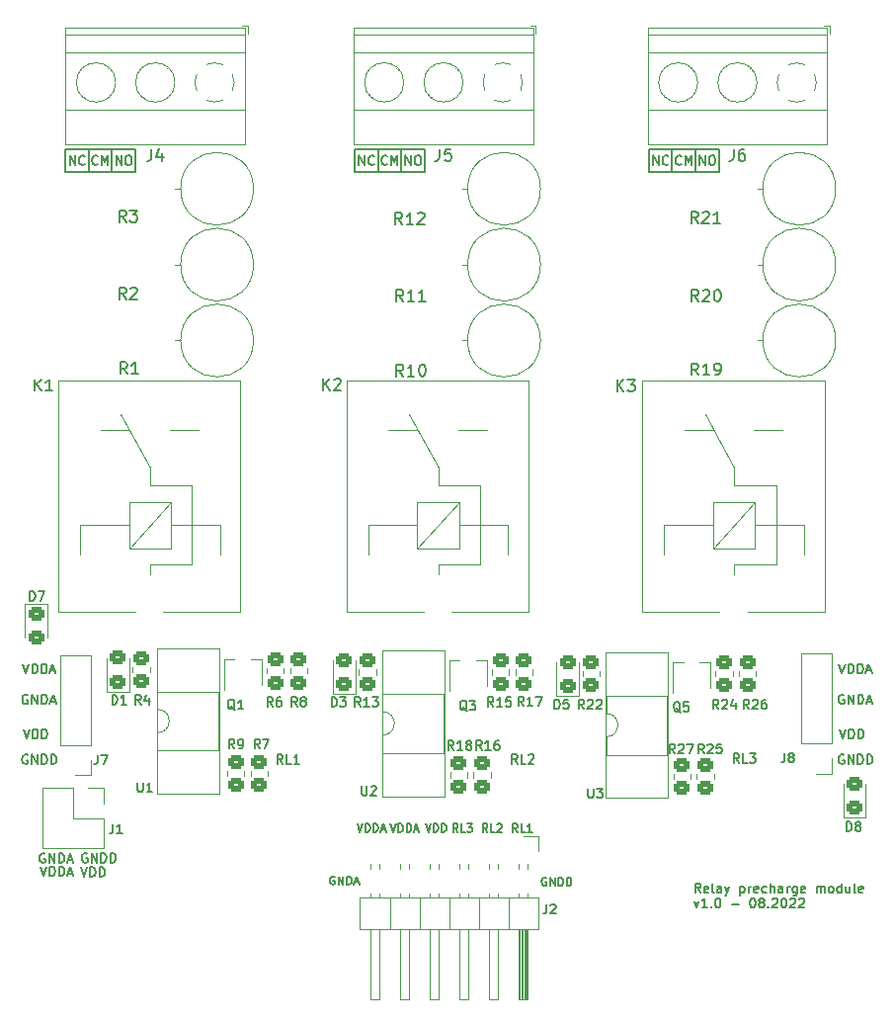
<source format=gto>
G04 #@! TF.GenerationSoftware,KiCad,Pcbnew,(6.0.6)*
G04 #@! TF.CreationDate,2022-08-27T11:47:15+02:00*
G04 #@! TF.ProjectId,relay-pc-module,72656c61-792d-4706-932d-6d6f64756c65,rev?*
G04 #@! TF.SameCoordinates,Original*
G04 #@! TF.FileFunction,Legend,Top*
G04 #@! TF.FilePolarity,Positive*
%FSLAX46Y46*%
G04 Gerber Fmt 4.6, Leading zero omitted, Abs format (unit mm)*
G04 Created by KiCad (PCBNEW (6.0.6)) date 2022-08-27 11:47:15*
%MOMM*%
%LPD*%
G01*
G04 APERTURE LIST*
G04 Aperture macros list*
%AMRoundRect*
0 Rectangle with rounded corners*
0 $1 Rounding radius*
0 $2 $3 $4 $5 $6 $7 $8 $9 X,Y pos of 4 corners*
0 Add a 4 corners polygon primitive as box body*
4,1,4,$2,$3,$4,$5,$6,$7,$8,$9,$2,$3,0*
0 Add four circle primitives for the rounded corners*
1,1,$1+$1,$2,$3*
1,1,$1+$1,$4,$5*
1,1,$1+$1,$6,$7*
1,1,$1+$1,$8,$9*
0 Add four rect primitives between the rounded corners*
20,1,$1+$1,$2,$3,$4,$5,0*
20,1,$1+$1,$4,$5,$6,$7,0*
20,1,$1+$1,$6,$7,$8,$9,0*
20,1,$1+$1,$8,$9,$2,$3,0*%
G04 Aperture macros list end*
%ADD10C,0.150000*%
%ADD11C,0.120000*%
%ADD12RoundRect,0.250000X0.450000X-0.350000X0.450000X0.350000X-0.450000X0.350000X-0.450000X-0.350000X0*%
%ADD13C,3.200000*%
%ADD14RoundRect,0.250000X-0.450000X0.350000X-0.450000X-0.350000X0.450000X-0.350000X0.450000X0.350000X0*%
%ADD15R,2.600000X2.600000*%
%ADD16C,2.600000*%
%ADD17RoundRect,0.250000X0.450000X-0.325000X0.450000X0.325000X-0.450000X0.325000X-0.450000X-0.325000X0*%
%ADD18C,3.000000*%
%ADD19C,2.500000*%
%ADD20R,1.700000X1.700000*%
%ADD21O,1.700000X1.700000*%
%ADD22C,2.400000*%
%ADD23O,2.400000X2.400000*%
%ADD24R,1.600000X3.100000*%
%ADD25R,0.700000X1.000000*%
%ADD26RoundRect,0.250000X-0.450000X0.325000X-0.450000X-0.325000X0.450000X-0.325000X0.450000X0.325000X0*%
G04 APERTURE END LIST*
D10*
X32600000Y-31000000D02*
X34600000Y-31000000D01*
X34600000Y-31000000D02*
X34600000Y-33000000D01*
X34600000Y-33000000D02*
X32600000Y-33000000D01*
X32600000Y-33000000D02*
X32600000Y-31000000D01*
X53400000Y-31000000D02*
X55400000Y-31000000D01*
X55400000Y-31000000D02*
X55400000Y-33000000D01*
X55400000Y-33000000D02*
X53400000Y-33000000D01*
X53400000Y-33000000D02*
X53400000Y-31000000D01*
X82600000Y-31000000D02*
X84600000Y-31000000D01*
X84600000Y-31000000D02*
X84600000Y-33000000D01*
X84600000Y-33000000D02*
X82600000Y-33000000D01*
X82600000Y-33000000D02*
X82600000Y-31000000D01*
X55400000Y-31000000D02*
X57400000Y-31000000D01*
X57400000Y-31000000D02*
X57400000Y-33000000D01*
X57400000Y-33000000D02*
X55400000Y-33000000D01*
X55400000Y-33000000D02*
X55400000Y-31000000D01*
X30600000Y-31000000D02*
X32600000Y-31000000D01*
X32600000Y-31000000D02*
X32600000Y-33000000D01*
X32600000Y-33000000D02*
X30600000Y-33000000D01*
X30600000Y-33000000D02*
X30600000Y-31000000D01*
X57400000Y-31000000D02*
X59400000Y-31000000D01*
X59400000Y-31000000D02*
X59400000Y-33000000D01*
X59400000Y-33000000D02*
X57400000Y-33000000D01*
X57400000Y-33000000D02*
X57400000Y-31000000D01*
X80600000Y-31000000D02*
X82600000Y-31000000D01*
X82600000Y-31000000D02*
X82600000Y-33000000D01*
X82600000Y-33000000D02*
X80600000Y-33000000D01*
X80600000Y-33000000D02*
X80600000Y-31000000D01*
X28600000Y-31000000D02*
X30600000Y-31000000D01*
X30600000Y-31000000D02*
X30600000Y-33000000D01*
X30600000Y-33000000D02*
X28600000Y-33000000D01*
X28600000Y-33000000D02*
X28600000Y-31000000D01*
X78600000Y-31000000D02*
X80600000Y-31000000D01*
X80600000Y-31000000D02*
X80600000Y-33000000D01*
X80600000Y-33000000D02*
X78600000Y-33000000D01*
X78600000Y-33000000D02*
X78600000Y-31000000D01*
X67342857Y-83661904D02*
X67076190Y-83280952D01*
X66885714Y-83661904D02*
X66885714Y-82861904D01*
X67190476Y-82861904D01*
X67266666Y-82900000D01*
X67304761Y-82938095D01*
X67342857Y-83014285D01*
X67342857Y-83128571D01*
X67304761Y-83204761D01*
X67266666Y-83242857D01*
X67190476Y-83280952D01*
X66885714Y-83280952D01*
X68066666Y-83661904D02*
X67685714Y-83661904D01*
X67685714Y-82861904D01*
X68295238Y-82938095D02*
X68333333Y-82900000D01*
X68409523Y-82861904D01*
X68600000Y-82861904D01*
X68676190Y-82900000D01*
X68714285Y-82938095D01*
X68752380Y-83014285D01*
X68752380Y-83090476D01*
X68714285Y-83204761D01*
X68257142Y-83661904D01*
X68752380Y-83661904D01*
X26835219Y-91370200D02*
X26759028Y-91332104D01*
X26644742Y-91332104D01*
X26530457Y-91370200D01*
X26454266Y-91446390D01*
X26416171Y-91522580D01*
X26378076Y-91674961D01*
X26378076Y-91789247D01*
X26416171Y-91941628D01*
X26454266Y-92017819D01*
X26530457Y-92094009D01*
X26644742Y-92132104D01*
X26720933Y-92132104D01*
X26835219Y-92094009D01*
X26873314Y-92055914D01*
X26873314Y-91789247D01*
X26720933Y-91789247D01*
X27216171Y-92132104D02*
X27216171Y-91332104D01*
X27673314Y-92132104D01*
X27673314Y-91332104D01*
X28054266Y-92132104D02*
X28054266Y-91332104D01*
X28244742Y-91332104D01*
X28359028Y-91370200D01*
X28435219Y-91446390D01*
X28473314Y-91522580D01*
X28511409Y-91674961D01*
X28511409Y-91789247D01*
X28473314Y-91941628D01*
X28435219Y-92017819D01*
X28359028Y-92094009D01*
X28244742Y-92132104D01*
X28054266Y-92132104D01*
X28816171Y-91903533D02*
X29197123Y-91903533D01*
X28739980Y-92132104D02*
X29006647Y-91332104D01*
X29273314Y-92132104D01*
X53605266Y-88796066D02*
X53838600Y-89496066D01*
X54071933Y-88796066D01*
X54305266Y-89496066D02*
X54305266Y-88796066D01*
X54471933Y-88796066D01*
X54571933Y-88829400D01*
X54638600Y-88896066D01*
X54671933Y-88962733D01*
X54705266Y-89096066D01*
X54705266Y-89196066D01*
X54671933Y-89329400D01*
X54638600Y-89396066D01*
X54571933Y-89462733D01*
X54471933Y-89496066D01*
X54305266Y-89496066D01*
X55005266Y-89496066D02*
X55005266Y-88796066D01*
X55171933Y-88796066D01*
X55271933Y-88829400D01*
X55338600Y-88896066D01*
X55371933Y-88962733D01*
X55405266Y-89096066D01*
X55405266Y-89196066D01*
X55371933Y-89329400D01*
X55338600Y-89396066D01*
X55271933Y-89462733D01*
X55171933Y-89496066D01*
X55005266Y-89496066D01*
X55671933Y-89296066D02*
X56005266Y-89296066D01*
X55605266Y-89496066D02*
X55838600Y-88796066D01*
X56071933Y-89496066D01*
X32952380Y-32361904D02*
X32952380Y-31561904D01*
X33409523Y-32361904D01*
X33409523Y-31561904D01*
X33942857Y-31561904D02*
X34095238Y-31561904D01*
X34171428Y-31600000D01*
X34247619Y-31676190D01*
X34285714Y-31828571D01*
X34285714Y-32095238D01*
X34247619Y-32247619D01*
X34171428Y-32323809D01*
X34095238Y-32361904D01*
X33942857Y-32361904D01*
X33866666Y-32323809D01*
X33790476Y-32247619D01*
X33752380Y-32095238D01*
X33752380Y-31828571D01*
X33790476Y-31676190D01*
X33866666Y-31600000D01*
X33942857Y-31561904D01*
X31390476Y-32285714D02*
X31352380Y-32323809D01*
X31238095Y-32361904D01*
X31161904Y-32361904D01*
X31047619Y-32323809D01*
X30971428Y-32247619D01*
X30933333Y-32171428D01*
X30895238Y-32019047D01*
X30895238Y-31904761D01*
X30933333Y-31752380D01*
X30971428Y-31676190D01*
X31047619Y-31600000D01*
X31161904Y-31561904D01*
X31238095Y-31561904D01*
X31352380Y-31600000D01*
X31390476Y-31638095D01*
X31733333Y-32361904D02*
X31733333Y-31561904D01*
X32000000Y-32133333D01*
X32266666Y-31561904D01*
X32266666Y-32361904D01*
X30454666Y-91344800D02*
X30378475Y-91306704D01*
X30264190Y-91306704D01*
X30149904Y-91344800D01*
X30073713Y-91420990D01*
X30035618Y-91497180D01*
X29997523Y-91649561D01*
X29997523Y-91763847D01*
X30035618Y-91916228D01*
X30073713Y-91992419D01*
X30149904Y-92068609D01*
X30264190Y-92106704D01*
X30340380Y-92106704D01*
X30454666Y-92068609D01*
X30492761Y-92030514D01*
X30492761Y-91763847D01*
X30340380Y-91763847D01*
X30835618Y-92106704D02*
X30835618Y-91306704D01*
X31292761Y-92106704D01*
X31292761Y-91306704D01*
X31673713Y-92106704D02*
X31673713Y-91306704D01*
X31864190Y-91306704D01*
X31978475Y-91344800D01*
X32054666Y-91420990D01*
X32092761Y-91497180D01*
X32130856Y-91649561D01*
X32130856Y-91763847D01*
X32092761Y-91916228D01*
X32054666Y-91992419D01*
X31978475Y-92068609D01*
X31864190Y-92106704D01*
X31673713Y-92106704D01*
X32473713Y-92106704D02*
X32473713Y-91306704D01*
X32664190Y-91306704D01*
X32778475Y-91344800D01*
X32854666Y-91420990D01*
X32892761Y-91497180D01*
X32930856Y-91649561D01*
X32930856Y-91763847D01*
X32892761Y-91916228D01*
X32854666Y-91992419D01*
X32778475Y-92068609D01*
X32664190Y-92106704D01*
X32473713Y-92106704D01*
X94945333Y-80689504D02*
X95212000Y-81489504D01*
X95478666Y-80689504D01*
X95745333Y-81489504D02*
X95745333Y-80689504D01*
X95935809Y-80689504D01*
X96050095Y-80727600D01*
X96126285Y-80803790D01*
X96164380Y-80879980D01*
X96202476Y-81032361D01*
X96202476Y-81146647D01*
X96164380Y-81299028D01*
X96126285Y-81375219D01*
X96050095Y-81451409D01*
X95935809Y-81489504D01*
X95745333Y-81489504D01*
X96545333Y-81489504D02*
X96545333Y-80689504D01*
X96735809Y-80689504D01*
X96850095Y-80727600D01*
X96926285Y-80803790D01*
X96964380Y-80879980D01*
X97002476Y-81032361D01*
X97002476Y-81146647D01*
X96964380Y-81299028D01*
X96926285Y-81375219D01*
X96850095Y-81451409D01*
X96735809Y-81489504D01*
X96545333Y-81489504D01*
X56190476Y-32285714D02*
X56152380Y-32323809D01*
X56038095Y-32361904D01*
X55961904Y-32361904D01*
X55847619Y-32323809D01*
X55771428Y-32247619D01*
X55733333Y-32171428D01*
X55695238Y-32019047D01*
X55695238Y-31904761D01*
X55733333Y-31752380D01*
X55771428Y-31676190D01*
X55847619Y-31600000D01*
X55961904Y-31561904D01*
X56038095Y-31561904D01*
X56152380Y-31600000D01*
X56190476Y-31638095D01*
X56533333Y-32361904D02*
X56533333Y-31561904D01*
X56800000Y-32133333D01*
X57066666Y-31561904D01*
X57066666Y-32361904D01*
X47242857Y-83661904D02*
X46976190Y-83280952D01*
X46785714Y-83661904D02*
X46785714Y-82861904D01*
X47090476Y-82861904D01*
X47166666Y-82900000D01*
X47204761Y-82938095D01*
X47242857Y-83014285D01*
X47242857Y-83128571D01*
X47204761Y-83204761D01*
X47166666Y-83242857D01*
X47090476Y-83280952D01*
X46785714Y-83280952D01*
X47966666Y-83661904D02*
X47585714Y-83661904D01*
X47585714Y-82861904D01*
X48652380Y-83661904D02*
X48195238Y-83661904D01*
X48423809Y-83661904D02*
X48423809Y-82861904D01*
X48347619Y-82976190D01*
X48271428Y-83052380D01*
X48195238Y-83090476D01*
X24993733Y-80689504D02*
X25260400Y-81489504D01*
X25527066Y-80689504D01*
X25793733Y-81489504D02*
X25793733Y-80689504D01*
X25984209Y-80689504D01*
X26098495Y-80727600D01*
X26174685Y-80803790D01*
X26212780Y-80879980D01*
X26250876Y-81032361D01*
X26250876Y-81146647D01*
X26212780Y-81299028D01*
X26174685Y-81375219D01*
X26098495Y-81451409D01*
X25984209Y-81489504D01*
X25793733Y-81489504D01*
X26593733Y-81489504D02*
X26593733Y-80689504D01*
X26784209Y-80689504D01*
X26898495Y-80727600D01*
X26974685Y-80803790D01*
X27012780Y-80879980D01*
X27050876Y-81032361D01*
X27050876Y-81146647D01*
X27012780Y-81299028D01*
X26974685Y-81375219D01*
X26898495Y-81451409D01*
X26784209Y-81489504D01*
X26593733Y-81489504D01*
X83041119Y-94688504D02*
X82774452Y-94307552D01*
X82583976Y-94688504D02*
X82583976Y-93888504D01*
X82888738Y-93888504D01*
X82964928Y-93926600D01*
X83003023Y-93964695D01*
X83041119Y-94040885D01*
X83041119Y-94155171D01*
X83003023Y-94231361D01*
X82964928Y-94269457D01*
X82888738Y-94307552D01*
X82583976Y-94307552D01*
X83688738Y-94650409D02*
X83612547Y-94688504D01*
X83460166Y-94688504D01*
X83383976Y-94650409D01*
X83345880Y-94574219D01*
X83345880Y-94269457D01*
X83383976Y-94193266D01*
X83460166Y-94155171D01*
X83612547Y-94155171D01*
X83688738Y-94193266D01*
X83726833Y-94269457D01*
X83726833Y-94345647D01*
X83345880Y-94421838D01*
X84183976Y-94688504D02*
X84107785Y-94650409D01*
X84069690Y-94574219D01*
X84069690Y-93888504D01*
X84831595Y-94688504D02*
X84831595Y-94269457D01*
X84793500Y-94193266D01*
X84717309Y-94155171D01*
X84564928Y-94155171D01*
X84488738Y-94193266D01*
X84831595Y-94650409D02*
X84755404Y-94688504D01*
X84564928Y-94688504D01*
X84488738Y-94650409D01*
X84450642Y-94574219D01*
X84450642Y-94498028D01*
X84488738Y-94421838D01*
X84564928Y-94383742D01*
X84755404Y-94383742D01*
X84831595Y-94345647D01*
X85136357Y-94155171D02*
X85326833Y-94688504D01*
X85517309Y-94155171D02*
X85326833Y-94688504D01*
X85250642Y-94878980D01*
X85212547Y-94917076D01*
X85136357Y-94955171D01*
X86431595Y-94155171D02*
X86431595Y-94955171D01*
X86431595Y-94193266D02*
X86507785Y-94155171D01*
X86660166Y-94155171D01*
X86736357Y-94193266D01*
X86774452Y-94231361D01*
X86812547Y-94307552D01*
X86812547Y-94536123D01*
X86774452Y-94612314D01*
X86736357Y-94650409D01*
X86660166Y-94688504D01*
X86507785Y-94688504D01*
X86431595Y-94650409D01*
X87155404Y-94688504D02*
X87155404Y-94155171D01*
X87155404Y-94307552D02*
X87193500Y-94231361D01*
X87231595Y-94193266D01*
X87307785Y-94155171D01*
X87383976Y-94155171D01*
X87955404Y-94650409D02*
X87879214Y-94688504D01*
X87726833Y-94688504D01*
X87650642Y-94650409D01*
X87612547Y-94574219D01*
X87612547Y-94269457D01*
X87650642Y-94193266D01*
X87726833Y-94155171D01*
X87879214Y-94155171D01*
X87955404Y-94193266D01*
X87993500Y-94269457D01*
X87993500Y-94345647D01*
X87612547Y-94421838D01*
X88679214Y-94650409D02*
X88603023Y-94688504D01*
X88450642Y-94688504D01*
X88374452Y-94650409D01*
X88336357Y-94612314D01*
X88298261Y-94536123D01*
X88298261Y-94307552D01*
X88336357Y-94231361D01*
X88374452Y-94193266D01*
X88450642Y-94155171D01*
X88603023Y-94155171D01*
X88679214Y-94193266D01*
X89022071Y-94688504D02*
X89022071Y-93888504D01*
X89364928Y-94688504D02*
X89364928Y-94269457D01*
X89326833Y-94193266D01*
X89250642Y-94155171D01*
X89136357Y-94155171D01*
X89060166Y-94193266D01*
X89022071Y-94231361D01*
X90088738Y-94688504D02*
X90088738Y-94269457D01*
X90050642Y-94193266D01*
X89974452Y-94155171D01*
X89822071Y-94155171D01*
X89745880Y-94193266D01*
X90088738Y-94650409D02*
X90012547Y-94688504D01*
X89822071Y-94688504D01*
X89745880Y-94650409D01*
X89707785Y-94574219D01*
X89707785Y-94498028D01*
X89745880Y-94421838D01*
X89822071Y-94383742D01*
X90012547Y-94383742D01*
X90088738Y-94345647D01*
X90469690Y-94688504D02*
X90469690Y-94155171D01*
X90469690Y-94307552D02*
X90507785Y-94231361D01*
X90545880Y-94193266D01*
X90622071Y-94155171D01*
X90698261Y-94155171D01*
X91307785Y-94155171D02*
X91307785Y-94802790D01*
X91269690Y-94878980D01*
X91231595Y-94917076D01*
X91155404Y-94955171D01*
X91041119Y-94955171D01*
X90964928Y-94917076D01*
X91307785Y-94650409D02*
X91231595Y-94688504D01*
X91079214Y-94688504D01*
X91003023Y-94650409D01*
X90964928Y-94612314D01*
X90926833Y-94536123D01*
X90926833Y-94307552D01*
X90964928Y-94231361D01*
X91003023Y-94193266D01*
X91079214Y-94155171D01*
X91231595Y-94155171D01*
X91307785Y-94193266D01*
X91993500Y-94650409D02*
X91917309Y-94688504D01*
X91764928Y-94688504D01*
X91688738Y-94650409D01*
X91650642Y-94574219D01*
X91650642Y-94269457D01*
X91688738Y-94193266D01*
X91764928Y-94155171D01*
X91917309Y-94155171D01*
X91993500Y-94193266D01*
X92031595Y-94269457D01*
X92031595Y-94345647D01*
X91650642Y-94421838D01*
X92983976Y-94688504D02*
X92983976Y-94155171D01*
X92983976Y-94231361D02*
X93022071Y-94193266D01*
X93098261Y-94155171D01*
X93212547Y-94155171D01*
X93288738Y-94193266D01*
X93326833Y-94269457D01*
X93326833Y-94688504D01*
X93326833Y-94269457D02*
X93364928Y-94193266D01*
X93441119Y-94155171D01*
X93555404Y-94155171D01*
X93631595Y-94193266D01*
X93669690Y-94269457D01*
X93669690Y-94688504D01*
X94164928Y-94688504D02*
X94088738Y-94650409D01*
X94050642Y-94612314D01*
X94012547Y-94536123D01*
X94012547Y-94307552D01*
X94050642Y-94231361D01*
X94088738Y-94193266D01*
X94164928Y-94155171D01*
X94279214Y-94155171D01*
X94355404Y-94193266D01*
X94393500Y-94231361D01*
X94431595Y-94307552D01*
X94431595Y-94536123D01*
X94393500Y-94612314D01*
X94355404Y-94650409D01*
X94279214Y-94688504D01*
X94164928Y-94688504D01*
X95117309Y-94688504D02*
X95117309Y-93888504D01*
X95117309Y-94650409D02*
X95041119Y-94688504D01*
X94888738Y-94688504D01*
X94812547Y-94650409D01*
X94774452Y-94612314D01*
X94736357Y-94536123D01*
X94736357Y-94307552D01*
X94774452Y-94231361D01*
X94812547Y-94193266D01*
X94888738Y-94155171D01*
X95041119Y-94155171D01*
X95117309Y-94193266D01*
X95841119Y-94155171D02*
X95841119Y-94688504D01*
X95498261Y-94155171D02*
X95498261Y-94574219D01*
X95536357Y-94650409D01*
X95612547Y-94688504D01*
X95726833Y-94688504D01*
X95803023Y-94650409D01*
X95841119Y-94612314D01*
X96336357Y-94688504D02*
X96260166Y-94650409D01*
X96222071Y-94574219D01*
X96222071Y-93888504D01*
X96945880Y-94650409D02*
X96869690Y-94688504D01*
X96717309Y-94688504D01*
X96641119Y-94650409D01*
X96603023Y-94574219D01*
X96603023Y-94269457D01*
X96641119Y-94193266D01*
X96717309Y-94155171D01*
X96869690Y-94155171D01*
X96945880Y-94193266D01*
X96983976Y-94269457D01*
X96983976Y-94345647D01*
X96603023Y-94421838D01*
X82507785Y-95443171D02*
X82698261Y-95976504D01*
X82888738Y-95443171D01*
X83612547Y-95976504D02*
X83155404Y-95976504D01*
X83383976Y-95976504D02*
X83383976Y-95176504D01*
X83307785Y-95290790D01*
X83231595Y-95366980D01*
X83155404Y-95405076D01*
X83955404Y-95900314D02*
X83993500Y-95938409D01*
X83955404Y-95976504D01*
X83917309Y-95938409D01*
X83955404Y-95900314D01*
X83955404Y-95976504D01*
X84488738Y-95176504D02*
X84564928Y-95176504D01*
X84641119Y-95214600D01*
X84679214Y-95252695D01*
X84717309Y-95328885D01*
X84755404Y-95481266D01*
X84755404Y-95671742D01*
X84717309Y-95824123D01*
X84679214Y-95900314D01*
X84641119Y-95938409D01*
X84564928Y-95976504D01*
X84488738Y-95976504D01*
X84412547Y-95938409D01*
X84374452Y-95900314D01*
X84336357Y-95824123D01*
X84298261Y-95671742D01*
X84298261Y-95481266D01*
X84336357Y-95328885D01*
X84374452Y-95252695D01*
X84412547Y-95214600D01*
X84488738Y-95176504D01*
X85707785Y-95671742D02*
X86317309Y-95671742D01*
X87460166Y-95176504D02*
X87536357Y-95176504D01*
X87612547Y-95214600D01*
X87650642Y-95252695D01*
X87688738Y-95328885D01*
X87726833Y-95481266D01*
X87726833Y-95671742D01*
X87688738Y-95824123D01*
X87650642Y-95900314D01*
X87612547Y-95938409D01*
X87536357Y-95976504D01*
X87460166Y-95976504D01*
X87383976Y-95938409D01*
X87345880Y-95900314D01*
X87307785Y-95824123D01*
X87269690Y-95671742D01*
X87269690Y-95481266D01*
X87307785Y-95328885D01*
X87345880Y-95252695D01*
X87383976Y-95214600D01*
X87460166Y-95176504D01*
X88183976Y-95519361D02*
X88107785Y-95481266D01*
X88069690Y-95443171D01*
X88031595Y-95366980D01*
X88031595Y-95328885D01*
X88069690Y-95252695D01*
X88107785Y-95214600D01*
X88183976Y-95176504D01*
X88336357Y-95176504D01*
X88412547Y-95214600D01*
X88450642Y-95252695D01*
X88488738Y-95328885D01*
X88488738Y-95366980D01*
X88450642Y-95443171D01*
X88412547Y-95481266D01*
X88336357Y-95519361D01*
X88183976Y-95519361D01*
X88107785Y-95557457D01*
X88069690Y-95595552D01*
X88031595Y-95671742D01*
X88031595Y-95824123D01*
X88069690Y-95900314D01*
X88107785Y-95938409D01*
X88183976Y-95976504D01*
X88336357Y-95976504D01*
X88412547Y-95938409D01*
X88450642Y-95900314D01*
X88488738Y-95824123D01*
X88488738Y-95671742D01*
X88450642Y-95595552D01*
X88412547Y-95557457D01*
X88336357Y-95519361D01*
X88831595Y-95900314D02*
X88869690Y-95938409D01*
X88831595Y-95976504D01*
X88793500Y-95938409D01*
X88831595Y-95900314D01*
X88831595Y-95976504D01*
X89174452Y-95252695D02*
X89212547Y-95214600D01*
X89288738Y-95176504D01*
X89479214Y-95176504D01*
X89555404Y-95214600D01*
X89593500Y-95252695D01*
X89631595Y-95328885D01*
X89631595Y-95405076D01*
X89593500Y-95519361D01*
X89136357Y-95976504D01*
X89631595Y-95976504D01*
X90126833Y-95176504D02*
X90203023Y-95176504D01*
X90279214Y-95214600D01*
X90317309Y-95252695D01*
X90355404Y-95328885D01*
X90393500Y-95481266D01*
X90393500Y-95671742D01*
X90355404Y-95824123D01*
X90317309Y-95900314D01*
X90279214Y-95938409D01*
X90203023Y-95976504D01*
X90126833Y-95976504D01*
X90050642Y-95938409D01*
X90012547Y-95900314D01*
X89974452Y-95824123D01*
X89936357Y-95671742D01*
X89936357Y-95481266D01*
X89974452Y-95328885D01*
X90012547Y-95252695D01*
X90050642Y-95214600D01*
X90126833Y-95176504D01*
X90698261Y-95252695D02*
X90736357Y-95214600D01*
X90812547Y-95176504D01*
X91003023Y-95176504D01*
X91079214Y-95214600D01*
X91117309Y-95252695D01*
X91155404Y-95328885D01*
X91155404Y-95405076D01*
X91117309Y-95519361D01*
X90660166Y-95976504D01*
X91155404Y-95976504D01*
X91460166Y-95252695D02*
X91498261Y-95214600D01*
X91574452Y-95176504D01*
X91764928Y-95176504D01*
X91841119Y-95214600D01*
X91879214Y-95252695D01*
X91917309Y-95328885D01*
X91917309Y-95405076D01*
X91879214Y-95519361D01*
X91422071Y-95976504D01*
X91917309Y-95976504D01*
X78971428Y-32361904D02*
X78971428Y-31561904D01*
X79428571Y-32361904D01*
X79428571Y-31561904D01*
X80266666Y-32285714D02*
X80228571Y-32323809D01*
X80114285Y-32361904D01*
X80038095Y-32361904D01*
X79923809Y-32323809D01*
X79847619Y-32247619D01*
X79809523Y-32171428D01*
X79771428Y-32019047D01*
X79771428Y-31904761D01*
X79809523Y-31752380D01*
X79847619Y-31676190D01*
X79923809Y-31600000D01*
X80038095Y-31561904D01*
X80114285Y-31561904D01*
X80228571Y-31600000D01*
X80266666Y-31638095D01*
X29921333Y-92525904D02*
X30188000Y-93325904D01*
X30454666Y-92525904D01*
X30721333Y-93325904D02*
X30721333Y-92525904D01*
X30911809Y-92525904D01*
X31026095Y-92564000D01*
X31102285Y-92640190D01*
X31140380Y-92716380D01*
X31178476Y-92868761D01*
X31178476Y-92983047D01*
X31140380Y-93135428D01*
X31102285Y-93211619D01*
X31026095Y-93287809D01*
X30911809Y-93325904D01*
X30721333Y-93325904D01*
X31521333Y-93325904D02*
X31521333Y-92525904D01*
X31711809Y-92525904D01*
X31826095Y-92564000D01*
X31902285Y-92640190D01*
X31940380Y-92716380D01*
X31978476Y-92868761D01*
X31978476Y-92983047D01*
X31940380Y-93135428D01*
X31902285Y-93211619D01*
X31826095Y-93287809D01*
X31711809Y-93325904D01*
X31521333Y-93325904D01*
X95307276Y-82912000D02*
X95231085Y-82873904D01*
X95116800Y-82873904D01*
X95002514Y-82912000D01*
X94926323Y-82988190D01*
X94888228Y-83064380D01*
X94850133Y-83216761D01*
X94850133Y-83331047D01*
X94888228Y-83483428D01*
X94926323Y-83559619D01*
X95002514Y-83635809D01*
X95116800Y-83673904D01*
X95192990Y-83673904D01*
X95307276Y-83635809D01*
X95345371Y-83597714D01*
X95345371Y-83331047D01*
X95192990Y-83331047D01*
X95688228Y-83673904D02*
X95688228Y-82873904D01*
X96145371Y-83673904D01*
X96145371Y-82873904D01*
X96526323Y-83673904D02*
X96526323Y-82873904D01*
X96716800Y-82873904D01*
X96831085Y-82912000D01*
X96907276Y-82988190D01*
X96945371Y-83064380D01*
X96983466Y-83216761D01*
X96983466Y-83331047D01*
X96945371Y-83483428D01*
X96907276Y-83559619D01*
X96831085Y-83635809D01*
X96716800Y-83673904D01*
X96526323Y-83673904D01*
X97326323Y-83673904D02*
X97326323Y-82873904D01*
X97516800Y-82873904D01*
X97631085Y-82912000D01*
X97707276Y-82988190D01*
X97745371Y-83064380D01*
X97783466Y-83216761D01*
X97783466Y-83331047D01*
X97745371Y-83483428D01*
X97707276Y-83559619D01*
X97631085Y-83635809D01*
X97516800Y-83673904D01*
X97326323Y-83673904D01*
X95313619Y-77781200D02*
X95237428Y-77743104D01*
X95123142Y-77743104D01*
X95008857Y-77781200D01*
X94932666Y-77857390D01*
X94894571Y-77933580D01*
X94856476Y-78085961D01*
X94856476Y-78200247D01*
X94894571Y-78352628D01*
X94932666Y-78428819D01*
X95008857Y-78505009D01*
X95123142Y-78543104D01*
X95199333Y-78543104D01*
X95313619Y-78505009D01*
X95351714Y-78466914D01*
X95351714Y-78200247D01*
X95199333Y-78200247D01*
X95694571Y-78543104D02*
X95694571Y-77743104D01*
X96151714Y-78543104D01*
X96151714Y-77743104D01*
X96532666Y-78543104D02*
X96532666Y-77743104D01*
X96723142Y-77743104D01*
X96837428Y-77781200D01*
X96913619Y-77857390D01*
X96951714Y-77933580D01*
X96989809Y-78085961D01*
X96989809Y-78200247D01*
X96951714Y-78352628D01*
X96913619Y-78428819D01*
X96837428Y-78505009D01*
X96723142Y-78543104D01*
X96532666Y-78543104D01*
X97294571Y-78314533D02*
X97675523Y-78314533D01*
X97218380Y-78543104D02*
X97485047Y-77743104D01*
X97751714Y-78543104D01*
X28971428Y-32361904D02*
X28971428Y-31561904D01*
X29428571Y-32361904D01*
X29428571Y-31561904D01*
X30266666Y-32285714D02*
X30228571Y-32323809D01*
X30114285Y-32361904D01*
X30038095Y-32361904D01*
X29923809Y-32323809D01*
X29847619Y-32247619D01*
X29809523Y-32171428D01*
X29771428Y-32019047D01*
X29771428Y-31904761D01*
X29809523Y-31752380D01*
X29847619Y-31676190D01*
X29923809Y-31600000D01*
X30038095Y-31561904D01*
X30114285Y-31561904D01*
X30228571Y-31600000D01*
X30266666Y-31638095D01*
X53771428Y-32361904D02*
X53771428Y-31561904D01*
X54228571Y-32361904D01*
X54228571Y-31561904D01*
X55066666Y-32285714D02*
X55028571Y-32323809D01*
X54914285Y-32361904D01*
X54838095Y-32361904D01*
X54723809Y-32323809D01*
X54647619Y-32247619D01*
X54609523Y-32171428D01*
X54571428Y-32019047D01*
X54571428Y-31904761D01*
X54609523Y-31752380D01*
X54647619Y-31676190D01*
X54723809Y-31600000D01*
X54838095Y-31561904D01*
X54914285Y-31561904D01*
X55028571Y-31600000D01*
X55066666Y-31638095D01*
X51668466Y-93325200D02*
X51601800Y-93291866D01*
X51501800Y-93291866D01*
X51401800Y-93325200D01*
X51335133Y-93391866D01*
X51301800Y-93458533D01*
X51268466Y-93591866D01*
X51268466Y-93691866D01*
X51301800Y-93825200D01*
X51335133Y-93891866D01*
X51401800Y-93958533D01*
X51501800Y-93991866D01*
X51568466Y-93991866D01*
X51668466Y-93958533D01*
X51701800Y-93925200D01*
X51701800Y-93691866D01*
X51568466Y-93691866D01*
X52001800Y-93991866D02*
X52001800Y-93291866D01*
X52401800Y-93991866D01*
X52401800Y-93291866D01*
X52735133Y-93991866D02*
X52735133Y-93291866D01*
X52901800Y-93291866D01*
X53001800Y-93325200D01*
X53068466Y-93391866D01*
X53101800Y-93458533D01*
X53135133Y-93591866D01*
X53135133Y-93691866D01*
X53101800Y-93825200D01*
X53068466Y-93891866D01*
X53001800Y-93958533D01*
X52901800Y-93991866D01*
X52735133Y-93991866D01*
X53401800Y-93791866D02*
X53735133Y-93791866D01*
X53335133Y-93991866D02*
X53568466Y-93291866D01*
X53801800Y-93991866D01*
X86342857Y-83561904D02*
X86076190Y-83180952D01*
X85885714Y-83561904D02*
X85885714Y-82761904D01*
X86190476Y-82761904D01*
X86266666Y-82800000D01*
X86304761Y-82838095D01*
X86342857Y-82914285D01*
X86342857Y-83028571D01*
X86304761Y-83104761D01*
X86266666Y-83142857D01*
X86190476Y-83180952D01*
X85885714Y-83180952D01*
X87066666Y-83561904D02*
X86685714Y-83561904D01*
X86685714Y-82761904D01*
X87257142Y-82761904D02*
X87752380Y-82761904D01*
X87485714Y-83066666D01*
X87600000Y-83066666D01*
X87676190Y-83104761D01*
X87714285Y-83142857D01*
X87752380Y-83219047D01*
X87752380Y-83409523D01*
X87714285Y-83485714D01*
X87676190Y-83523809D01*
X87600000Y-83561904D01*
X87371428Y-83561904D01*
X87295238Y-83523809D01*
X87257142Y-83485714D01*
X81390476Y-32285714D02*
X81352380Y-32323809D01*
X81238095Y-32361904D01*
X81161904Y-32361904D01*
X81047619Y-32323809D01*
X80971428Y-32247619D01*
X80933333Y-32171428D01*
X80895238Y-32019047D01*
X80895238Y-31904761D01*
X80933333Y-31752380D01*
X80971428Y-31676190D01*
X81047619Y-31600000D01*
X81161904Y-31561904D01*
X81238095Y-31561904D01*
X81352380Y-31600000D01*
X81390476Y-31638095D01*
X81733333Y-32361904D02*
X81733333Y-31561904D01*
X82000000Y-32133333D01*
X82266666Y-31561904D01*
X82266666Y-32361904D01*
X26454266Y-92475104D02*
X26720932Y-93275104D01*
X26987599Y-92475104D01*
X27254266Y-93275104D02*
X27254266Y-92475104D01*
X27444742Y-92475104D01*
X27559028Y-92513200D01*
X27635218Y-92589390D01*
X27673313Y-92665580D01*
X27711409Y-92817961D01*
X27711409Y-92932247D01*
X27673313Y-93084628D01*
X27635218Y-93160819D01*
X27559028Y-93237009D01*
X27444742Y-93275104D01*
X27254266Y-93275104D01*
X28054266Y-93275104D02*
X28054266Y-92475104D01*
X28244742Y-92475104D01*
X28359028Y-92513200D01*
X28435218Y-92589390D01*
X28473313Y-92665580D01*
X28511409Y-92817961D01*
X28511409Y-92932247D01*
X28473313Y-93084628D01*
X28435218Y-93160819D01*
X28359028Y-93237009D01*
X28244742Y-93275104D01*
X28054266Y-93275104D01*
X28816170Y-93046533D02*
X29197123Y-93046533D01*
X28739980Y-93275104D02*
X29006647Y-92475104D01*
X29273313Y-93275104D01*
X82952380Y-32361904D02*
X82952380Y-31561904D01*
X83409523Y-32361904D01*
X83409523Y-31561904D01*
X83942857Y-31561904D02*
X84095238Y-31561904D01*
X84171428Y-31600000D01*
X84247619Y-31676190D01*
X84285714Y-31828571D01*
X84285714Y-32095238D01*
X84247619Y-32247619D01*
X84171428Y-32323809D01*
X84095238Y-32361904D01*
X83942857Y-32361904D01*
X83866666Y-32323809D01*
X83790476Y-32247619D01*
X83752380Y-32095238D01*
X83752380Y-31828571D01*
X83790476Y-31676190D01*
X83866666Y-31600000D01*
X83942857Y-31561904D01*
X25362019Y-77781200D02*
X25285828Y-77743104D01*
X25171542Y-77743104D01*
X25057257Y-77781200D01*
X24981066Y-77857390D01*
X24942971Y-77933580D01*
X24904876Y-78085961D01*
X24904876Y-78200247D01*
X24942971Y-78352628D01*
X24981066Y-78428819D01*
X25057257Y-78505009D01*
X25171542Y-78543104D01*
X25247733Y-78543104D01*
X25362019Y-78505009D01*
X25400114Y-78466914D01*
X25400114Y-78200247D01*
X25247733Y-78200247D01*
X25742971Y-78543104D02*
X25742971Y-77743104D01*
X26200114Y-78543104D01*
X26200114Y-77743104D01*
X26581066Y-78543104D02*
X26581066Y-77743104D01*
X26771542Y-77743104D01*
X26885828Y-77781200D01*
X26962019Y-77857390D01*
X27000114Y-77933580D01*
X27038209Y-78085961D01*
X27038209Y-78200247D01*
X27000114Y-78352628D01*
X26962019Y-78428819D01*
X26885828Y-78505009D01*
X26771542Y-78543104D01*
X26581066Y-78543104D01*
X27342971Y-78314533D02*
X27723923Y-78314533D01*
X27266780Y-78543104D02*
X27533447Y-77743104D01*
X27800114Y-78543104D01*
X64776400Y-89496066D02*
X64543066Y-89162733D01*
X64376400Y-89496066D02*
X64376400Y-88796066D01*
X64643066Y-88796066D01*
X64709733Y-88829400D01*
X64743066Y-88862733D01*
X64776400Y-88929400D01*
X64776400Y-89029400D01*
X64743066Y-89096066D01*
X64709733Y-89129400D01*
X64643066Y-89162733D01*
X64376400Y-89162733D01*
X65409733Y-89496066D02*
X65076400Y-89496066D01*
X65076400Y-88796066D01*
X65609733Y-88862733D02*
X65643066Y-88829400D01*
X65709733Y-88796066D01*
X65876400Y-88796066D01*
X65943066Y-88829400D01*
X65976400Y-88862733D01*
X66009733Y-88929400D01*
X66009733Y-88996066D01*
X65976400Y-89096066D01*
X65576400Y-89496066D01*
X66009733Y-89496066D01*
X62236400Y-89496066D02*
X62003066Y-89162733D01*
X61836400Y-89496066D02*
X61836400Y-88796066D01*
X62103066Y-88796066D01*
X62169733Y-88829400D01*
X62203066Y-88862733D01*
X62236400Y-88929400D01*
X62236400Y-89029400D01*
X62203066Y-89096066D01*
X62169733Y-89129400D01*
X62103066Y-89162733D01*
X61836400Y-89162733D01*
X62869733Y-89496066D02*
X62536400Y-89496066D01*
X62536400Y-88796066D01*
X63036400Y-88796066D02*
X63469733Y-88796066D01*
X63236400Y-89062733D01*
X63336400Y-89062733D01*
X63403066Y-89096066D01*
X63436400Y-89129400D01*
X63469733Y-89196066D01*
X63469733Y-89362733D01*
X63436400Y-89429400D01*
X63403066Y-89462733D01*
X63336400Y-89496066D01*
X63136400Y-89496066D01*
X63069733Y-89462733D01*
X63036400Y-89429400D01*
X94907276Y-75101504D02*
X95173942Y-75901504D01*
X95440609Y-75101504D01*
X95707276Y-75901504D02*
X95707276Y-75101504D01*
X95897752Y-75101504D01*
X96012038Y-75139600D01*
X96088228Y-75215790D01*
X96126323Y-75291980D01*
X96164419Y-75444361D01*
X96164419Y-75558647D01*
X96126323Y-75711028D01*
X96088228Y-75787219D01*
X96012038Y-75863409D01*
X95897752Y-75901504D01*
X95707276Y-75901504D01*
X96507276Y-75901504D02*
X96507276Y-75101504D01*
X96697752Y-75101504D01*
X96812038Y-75139600D01*
X96888228Y-75215790D01*
X96926323Y-75291980D01*
X96964419Y-75444361D01*
X96964419Y-75558647D01*
X96926323Y-75711028D01*
X96888228Y-75787219D01*
X96812038Y-75863409D01*
X96697752Y-75901504D01*
X96507276Y-75901504D01*
X97269180Y-75672933D02*
X97650133Y-75672933D01*
X97192990Y-75901504D02*
X97459657Y-75101504D01*
X97726323Y-75901504D01*
X59467866Y-88796066D02*
X59701200Y-89496066D01*
X59934533Y-88796066D01*
X60167866Y-89496066D02*
X60167866Y-88796066D01*
X60334533Y-88796066D01*
X60434533Y-88829400D01*
X60501200Y-88896066D01*
X60534533Y-88962733D01*
X60567866Y-89096066D01*
X60567866Y-89196066D01*
X60534533Y-89329400D01*
X60501200Y-89396066D01*
X60434533Y-89462733D01*
X60334533Y-89496066D01*
X60167866Y-89496066D01*
X60867866Y-89496066D02*
X60867866Y-88796066D01*
X61034533Y-88796066D01*
X61134533Y-88829400D01*
X61201200Y-88896066D01*
X61234533Y-88962733D01*
X61267866Y-89096066D01*
X61267866Y-89196066D01*
X61234533Y-89329400D01*
X61201200Y-89396066D01*
X61134533Y-89462733D01*
X61034533Y-89496066D01*
X60867866Y-89496066D01*
X67367200Y-89496066D02*
X67133866Y-89162733D01*
X66967200Y-89496066D02*
X66967200Y-88796066D01*
X67233866Y-88796066D01*
X67300533Y-88829400D01*
X67333866Y-88862733D01*
X67367200Y-88929400D01*
X67367200Y-89029400D01*
X67333866Y-89096066D01*
X67300533Y-89129400D01*
X67233866Y-89162733D01*
X66967200Y-89162733D01*
X68000533Y-89496066D02*
X67667200Y-89496066D01*
X67667200Y-88796066D01*
X68600533Y-89496066D02*
X68200533Y-89496066D01*
X68400533Y-89496066D02*
X68400533Y-88796066D01*
X68333866Y-88896066D01*
X68267200Y-88962733D01*
X68200533Y-88996066D01*
X56450066Y-88796066D02*
X56683400Y-89496066D01*
X56916733Y-88796066D01*
X57150066Y-89496066D02*
X57150066Y-88796066D01*
X57316733Y-88796066D01*
X57416733Y-88829400D01*
X57483400Y-88896066D01*
X57516733Y-88962733D01*
X57550066Y-89096066D01*
X57550066Y-89196066D01*
X57516733Y-89329400D01*
X57483400Y-89396066D01*
X57416733Y-89462733D01*
X57316733Y-89496066D01*
X57150066Y-89496066D01*
X57850066Y-89496066D02*
X57850066Y-88796066D01*
X58016733Y-88796066D01*
X58116733Y-88829400D01*
X58183400Y-88896066D01*
X58216733Y-88962733D01*
X58250066Y-89096066D01*
X58250066Y-89196066D01*
X58216733Y-89329400D01*
X58183400Y-89396066D01*
X58116733Y-89462733D01*
X58016733Y-89496066D01*
X57850066Y-89496066D01*
X58516733Y-89296066D02*
X58850066Y-89296066D01*
X58450066Y-89496066D02*
X58683400Y-88796066D01*
X58916733Y-89496066D01*
X24955676Y-75101504D02*
X25222342Y-75901504D01*
X25489009Y-75101504D01*
X25755676Y-75901504D02*
X25755676Y-75101504D01*
X25946152Y-75101504D01*
X26060438Y-75139600D01*
X26136628Y-75215790D01*
X26174723Y-75291980D01*
X26212819Y-75444361D01*
X26212819Y-75558647D01*
X26174723Y-75711028D01*
X26136628Y-75787219D01*
X26060438Y-75863409D01*
X25946152Y-75901504D01*
X25755676Y-75901504D01*
X26555676Y-75901504D02*
X26555676Y-75101504D01*
X26746152Y-75101504D01*
X26860438Y-75139600D01*
X26936628Y-75215790D01*
X26974723Y-75291980D01*
X27012819Y-75444361D01*
X27012819Y-75558647D01*
X26974723Y-75711028D01*
X26936628Y-75787219D01*
X26860438Y-75863409D01*
X26746152Y-75901504D01*
X26555676Y-75901504D01*
X27317580Y-75672933D02*
X27698533Y-75672933D01*
X27241390Y-75901504D02*
X27508057Y-75101504D01*
X27774723Y-75901504D01*
X69804866Y-93426800D02*
X69738200Y-93393466D01*
X69638200Y-93393466D01*
X69538200Y-93426800D01*
X69471533Y-93493466D01*
X69438200Y-93560133D01*
X69404866Y-93693466D01*
X69404866Y-93793466D01*
X69438200Y-93926800D01*
X69471533Y-93993466D01*
X69538200Y-94060133D01*
X69638200Y-94093466D01*
X69704866Y-94093466D01*
X69804866Y-94060133D01*
X69838200Y-94026800D01*
X69838200Y-93793466D01*
X69704866Y-93793466D01*
X70138200Y-94093466D02*
X70138200Y-93393466D01*
X70538200Y-94093466D01*
X70538200Y-93393466D01*
X70871533Y-94093466D02*
X70871533Y-93393466D01*
X71038200Y-93393466D01*
X71138200Y-93426800D01*
X71204866Y-93493466D01*
X71238200Y-93560133D01*
X71271533Y-93693466D01*
X71271533Y-93793466D01*
X71238200Y-93926800D01*
X71204866Y-93993466D01*
X71138200Y-94060133D01*
X71038200Y-94093466D01*
X70871533Y-94093466D01*
X71571533Y-94093466D02*
X71571533Y-93393466D01*
X71738200Y-93393466D01*
X71838200Y-93426800D01*
X71904866Y-93493466D01*
X71938200Y-93560133D01*
X71971533Y-93693466D01*
X71971533Y-93793466D01*
X71938200Y-93926800D01*
X71904866Y-93993466D01*
X71838200Y-94060133D01*
X71738200Y-94093466D01*
X71571533Y-94093466D01*
X25355676Y-82912000D02*
X25279485Y-82873904D01*
X25165200Y-82873904D01*
X25050914Y-82912000D01*
X24974723Y-82988190D01*
X24936628Y-83064380D01*
X24898533Y-83216761D01*
X24898533Y-83331047D01*
X24936628Y-83483428D01*
X24974723Y-83559619D01*
X25050914Y-83635809D01*
X25165200Y-83673904D01*
X25241390Y-83673904D01*
X25355676Y-83635809D01*
X25393771Y-83597714D01*
X25393771Y-83331047D01*
X25241390Y-83331047D01*
X25736628Y-83673904D02*
X25736628Y-82873904D01*
X26193771Y-83673904D01*
X26193771Y-82873904D01*
X26574723Y-83673904D02*
X26574723Y-82873904D01*
X26765200Y-82873904D01*
X26879485Y-82912000D01*
X26955676Y-82988190D01*
X26993771Y-83064380D01*
X27031866Y-83216761D01*
X27031866Y-83331047D01*
X26993771Y-83483428D01*
X26955676Y-83559619D01*
X26879485Y-83635809D01*
X26765200Y-83673904D01*
X26574723Y-83673904D01*
X27374723Y-83673904D02*
X27374723Y-82873904D01*
X27565200Y-82873904D01*
X27679485Y-82912000D01*
X27755676Y-82988190D01*
X27793771Y-83064380D01*
X27831866Y-83216761D01*
X27831866Y-83331047D01*
X27793771Y-83483428D01*
X27755676Y-83559619D01*
X27679485Y-83635809D01*
X27565200Y-83673904D01*
X27374723Y-83673904D01*
X57752380Y-32361904D02*
X57752380Y-31561904D01*
X58209523Y-32361904D01*
X58209523Y-31561904D01*
X58742857Y-31561904D02*
X58895238Y-31561904D01*
X58971428Y-31600000D01*
X59047619Y-31676190D01*
X59085714Y-31828571D01*
X59085714Y-32095238D01*
X59047619Y-32247619D01*
X58971428Y-32323809D01*
X58895238Y-32361904D01*
X58742857Y-32361904D01*
X58666666Y-32323809D01*
X58590476Y-32247619D01*
X58552380Y-32095238D01*
X58552380Y-31828571D01*
X58590476Y-31676190D01*
X58666666Y-31600000D01*
X58742857Y-31561904D01*
X45266666Y-82361904D02*
X45000000Y-81980952D01*
X44809523Y-82361904D02*
X44809523Y-81561904D01*
X45114285Y-81561904D01*
X45190476Y-81600000D01*
X45228571Y-81638095D01*
X45266666Y-81714285D01*
X45266666Y-81828571D01*
X45228571Y-81904761D01*
X45190476Y-81942857D01*
X45114285Y-81980952D01*
X44809523Y-81980952D01*
X45533333Y-81561904D02*
X46066666Y-81561904D01*
X45723809Y-82361904D01*
X84585714Y-78961904D02*
X84319047Y-78580952D01*
X84128571Y-78961904D02*
X84128571Y-78161904D01*
X84433333Y-78161904D01*
X84509523Y-78200000D01*
X84547619Y-78238095D01*
X84585714Y-78314285D01*
X84585714Y-78428571D01*
X84547619Y-78504761D01*
X84509523Y-78542857D01*
X84433333Y-78580952D01*
X84128571Y-78580952D01*
X84890476Y-78238095D02*
X84928571Y-78200000D01*
X85004761Y-78161904D01*
X85195238Y-78161904D01*
X85271428Y-78200000D01*
X85309523Y-78238095D01*
X85347619Y-78314285D01*
X85347619Y-78390476D01*
X85309523Y-78504761D01*
X84852380Y-78961904D01*
X85347619Y-78961904D01*
X86033333Y-78428571D02*
X86033333Y-78961904D01*
X85842857Y-78123809D02*
X85652380Y-78695238D01*
X86147619Y-78695238D01*
X35971666Y-31007380D02*
X35971666Y-31721666D01*
X35924047Y-31864523D01*
X35828809Y-31959761D01*
X35685952Y-32007380D01*
X35590714Y-32007380D01*
X36876428Y-31340714D02*
X36876428Y-32007380D01*
X36638333Y-30959761D02*
X36400238Y-31674047D01*
X37019285Y-31674047D01*
X32609523Y-78561904D02*
X32609523Y-77761904D01*
X32800000Y-77761904D01*
X32914285Y-77800000D01*
X32990476Y-77876190D01*
X33028571Y-77952380D01*
X33066666Y-78104761D01*
X33066666Y-78219047D01*
X33028571Y-78371428D01*
X32990476Y-78447619D01*
X32914285Y-78523809D01*
X32800000Y-78561904D01*
X32609523Y-78561904D01*
X33828571Y-78561904D02*
X33371428Y-78561904D01*
X33600000Y-78561904D02*
X33600000Y-77761904D01*
X33523809Y-77876190D01*
X33447619Y-77952380D01*
X33371428Y-77990476D01*
X25968704Y-51709580D02*
X25968704Y-50709580D01*
X26540133Y-51709580D02*
X26111561Y-51138152D01*
X26540133Y-50709580D02*
X25968704Y-51281009D01*
X27492514Y-51709580D02*
X26921085Y-51709580D01*
X27206800Y-51709580D02*
X27206800Y-50709580D01*
X27111561Y-50852438D01*
X27016323Y-50947676D01*
X26921085Y-50995295D01*
X90233533Y-82721504D02*
X90233533Y-83292933D01*
X90195438Y-83407219D01*
X90119247Y-83483409D01*
X90004961Y-83521504D01*
X89928771Y-83521504D01*
X90728771Y-83064361D02*
X90652580Y-83026266D01*
X90614485Y-82988171D01*
X90576390Y-82911980D01*
X90576390Y-82873885D01*
X90614485Y-82797695D01*
X90652580Y-82759600D01*
X90728771Y-82721504D01*
X90881152Y-82721504D01*
X90957342Y-82759600D01*
X90995438Y-82797695D01*
X91033533Y-82873885D01*
X91033533Y-82911980D01*
X90995438Y-82988171D01*
X90957342Y-83026266D01*
X90881152Y-83064361D01*
X90728771Y-83064361D01*
X90652580Y-83102457D01*
X90614485Y-83140552D01*
X90576390Y-83216742D01*
X90576390Y-83369123D01*
X90614485Y-83445314D01*
X90652580Y-83483409D01*
X90728771Y-83521504D01*
X90881152Y-83521504D01*
X90957342Y-83483409D01*
X90995438Y-83445314D01*
X91033533Y-83369123D01*
X91033533Y-83216742D01*
X90995438Y-83140552D01*
X90957342Y-83102457D01*
X90881152Y-83064361D01*
X33793333Y-43852380D02*
X33460000Y-43376190D01*
X33221904Y-43852380D02*
X33221904Y-42852380D01*
X33602857Y-42852380D01*
X33698095Y-42900000D01*
X33745714Y-42947619D01*
X33793333Y-43042857D01*
X33793333Y-43185714D01*
X33745714Y-43280952D01*
X33698095Y-43328571D01*
X33602857Y-43376190D01*
X33221904Y-43376190D01*
X34174285Y-42947619D02*
X34221904Y-42900000D01*
X34317142Y-42852380D01*
X34555238Y-42852380D01*
X34650476Y-42900000D01*
X34698095Y-42947619D01*
X34745714Y-43042857D01*
X34745714Y-43138095D01*
X34698095Y-43280952D01*
X34126666Y-43852380D01*
X34745714Y-43852380D01*
X82817142Y-37352380D02*
X82483809Y-36876190D01*
X82245714Y-37352380D02*
X82245714Y-36352380D01*
X82626666Y-36352380D01*
X82721904Y-36400000D01*
X82769523Y-36447619D01*
X82817142Y-36542857D01*
X82817142Y-36685714D01*
X82769523Y-36780952D01*
X82721904Y-36828571D01*
X82626666Y-36876190D01*
X82245714Y-36876190D01*
X83198095Y-36447619D02*
X83245714Y-36400000D01*
X83340952Y-36352380D01*
X83579047Y-36352380D01*
X83674285Y-36400000D01*
X83721904Y-36447619D01*
X83769523Y-36542857D01*
X83769523Y-36638095D01*
X83721904Y-36780952D01*
X83150476Y-37352380D01*
X83769523Y-37352380D01*
X84721904Y-37352380D02*
X84150476Y-37352380D01*
X84436190Y-37352380D02*
X84436190Y-36352380D01*
X84340952Y-36495238D01*
X84245714Y-36590476D01*
X84150476Y-36638095D01*
X70509523Y-78961904D02*
X70509523Y-78161904D01*
X70700000Y-78161904D01*
X70814285Y-78200000D01*
X70890476Y-78276190D01*
X70928571Y-78352380D01*
X70966666Y-78504761D01*
X70966666Y-78619047D01*
X70928571Y-78771428D01*
X70890476Y-78847619D01*
X70814285Y-78923809D01*
X70700000Y-78961904D01*
X70509523Y-78961904D01*
X71690476Y-78161904D02*
X71309523Y-78161904D01*
X71271428Y-78542857D01*
X71309523Y-78504761D01*
X71385714Y-78466666D01*
X71576190Y-78466666D01*
X71652380Y-78504761D01*
X71690476Y-78542857D01*
X71728571Y-78619047D01*
X71728571Y-78809523D01*
X71690476Y-78885714D01*
X71652380Y-78923809D01*
X71576190Y-78961904D01*
X71385714Y-78961904D01*
X71309523Y-78923809D01*
X71271428Y-78885714D01*
X32677133Y-88817504D02*
X32677133Y-89388933D01*
X32639038Y-89503219D01*
X32562847Y-89579409D01*
X32448561Y-89617504D01*
X32372371Y-89617504D01*
X33477133Y-89617504D02*
X33019990Y-89617504D01*
X33248561Y-89617504D02*
X33248561Y-88817504D01*
X33172371Y-88931790D01*
X33096180Y-89007980D01*
X33019990Y-89046076D01*
X73034114Y-78961904D02*
X72767447Y-78580952D01*
X72576971Y-78961904D02*
X72576971Y-78161904D01*
X72881733Y-78161904D01*
X72957923Y-78200000D01*
X72996019Y-78238095D01*
X73034114Y-78314285D01*
X73034114Y-78428571D01*
X72996019Y-78504761D01*
X72957923Y-78542857D01*
X72881733Y-78580952D01*
X72576971Y-78580952D01*
X73338876Y-78238095D02*
X73376971Y-78200000D01*
X73453161Y-78161904D01*
X73643638Y-78161904D01*
X73719828Y-78200000D01*
X73757923Y-78238095D01*
X73796019Y-78314285D01*
X73796019Y-78390476D01*
X73757923Y-78504761D01*
X73300780Y-78961904D01*
X73796019Y-78961904D01*
X74100780Y-78238095D02*
X74138876Y-78200000D01*
X74215066Y-78161904D01*
X74405542Y-78161904D01*
X74481733Y-78200000D01*
X74519828Y-78238095D01*
X74557923Y-78314285D01*
X74557923Y-78390476D01*
X74519828Y-78504761D01*
X74062685Y-78961904D01*
X74557923Y-78961904D01*
X33893333Y-50252380D02*
X33560000Y-49776190D01*
X33321904Y-50252380D02*
X33321904Y-49252380D01*
X33702857Y-49252380D01*
X33798095Y-49300000D01*
X33845714Y-49347619D01*
X33893333Y-49442857D01*
X33893333Y-49585714D01*
X33845714Y-49680952D01*
X33798095Y-49728571D01*
X33702857Y-49776190D01*
X33321904Y-49776190D01*
X34845714Y-50252380D02*
X34274285Y-50252380D01*
X34560000Y-50252380D02*
X34560000Y-49252380D01*
X34464761Y-49395238D01*
X34369523Y-49490476D01*
X34274285Y-49538095D01*
X73390476Y-85761904D02*
X73390476Y-86409523D01*
X73428571Y-86485714D01*
X73466666Y-86523809D01*
X73542857Y-86561904D01*
X73695238Y-86561904D01*
X73771428Y-86523809D01*
X73809523Y-86485714D01*
X73847619Y-86409523D01*
X73847619Y-85761904D01*
X74152380Y-85761904D02*
X74647619Y-85761904D01*
X74380952Y-86066666D01*
X74495238Y-86066666D01*
X74571428Y-86104761D01*
X74609523Y-86142857D01*
X74647619Y-86219047D01*
X74647619Y-86409523D01*
X74609523Y-86485714D01*
X74571428Y-86523809D01*
X74495238Y-86561904D01*
X74266666Y-86561904D01*
X74190476Y-86523809D01*
X74152380Y-86485714D01*
X57457142Y-37452380D02*
X57123809Y-36976190D01*
X56885714Y-37452380D02*
X56885714Y-36452380D01*
X57266666Y-36452380D01*
X57361904Y-36500000D01*
X57409523Y-36547619D01*
X57457142Y-36642857D01*
X57457142Y-36785714D01*
X57409523Y-36880952D01*
X57361904Y-36928571D01*
X57266666Y-36976190D01*
X56885714Y-36976190D01*
X58409523Y-37452380D02*
X57838095Y-37452380D01*
X58123809Y-37452380D02*
X58123809Y-36452380D01*
X58028571Y-36595238D01*
X57933333Y-36690476D01*
X57838095Y-36738095D01*
X58790476Y-36547619D02*
X58838095Y-36500000D01*
X58933333Y-36452380D01*
X59171428Y-36452380D01*
X59266666Y-36500000D01*
X59314285Y-36547619D01*
X59361904Y-36642857D01*
X59361904Y-36738095D01*
X59314285Y-36880952D01*
X58742857Y-37452380D01*
X59361904Y-37452380D01*
X50671504Y-51658780D02*
X50671504Y-50658780D01*
X51242933Y-51658780D02*
X50814361Y-51087352D01*
X51242933Y-50658780D02*
X50671504Y-51230209D01*
X51623885Y-50754019D02*
X51671504Y-50706400D01*
X51766742Y-50658780D01*
X52004838Y-50658780D01*
X52100076Y-50706400D01*
X52147695Y-50754019D01*
X52195314Y-50849257D01*
X52195314Y-50944495D01*
X52147695Y-51087352D01*
X51576266Y-51658780D01*
X52195314Y-51658780D01*
X34790476Y-85261904D02*
X34790476Y-85909523D01*
X34828571Y-85985714D01*
X34866666Y-86023809D01*
X34942857Y-86061904D01*
X35095238Y-86061904D01*
X35171428Y-86023809D01*
X35209523Y-85985714D01*
X35247619Y-85909523D01*
X35247619Y-85261904D01*
X36047619Y-86061904D02*
X35590476Y-86061904D01*
X35819047Y-86061904D02*
X35819047Y-85261904D01*
X35742857Y-85376190D01*
X35666666Y-85452380D01*
X35590476Y-85490476D01*
X33793333Y-37252380D02*
X33460000Y-36776190D01*
X33221904Y-37252380D02*
X33221904Y-36252380D01*
X33602857Y-36252380D01*
X33698095Y-36300000D01*
X33745714Y-36347619D01*
X33793333Y-36442857D01*
X33793333Y-36585714D01*
X33745714Y-36680952D01*
X33698095Y-36728571D01*
X33602857Y-36776190D01*
X33221904Y-36776190D01*
X34126666Y-36252380D02*
X34745714Y-36252380D01*
X34412380Y-36633333D01*
X34555238Y-36633333D01*
X34650476Y-36680952D01*
X34698095Y-36728571D01*
X34745714Y-36823809D01*
X34745714Y-37061904D01*
X34698095Y-37157142D01*
X34650476Y-37204761D01*
X34555238Y-37252380D01*
X34269523Y-37252380D01*
X34174285Y-37204761D01*
X34126666Y-37157142D01*
X53885714Y-78761904D02*
X53619047Y-78380952D01*
X53428571Y-78761904D02*
X53428571Y-77961904D01*
X53733333Y-77961904D01*
X53809523Y-78000000D01*
X53847619Y-78038095D01*
X53885714Y-78114285D01*
X53885714Y-78228571D01*
X53847619Y-78304761D01*
X53809523Y-78342857D01*
X53733333Y-78380952D01*
X53428571Y-78380952D01*
X54647619Y-78761904D02*
X54190476Y-78761904D01*
X54419047Y-78761904D02*
X54419047Y-77961904D01*
X54342857Y-78076190D01*
X54266666Y-78152380D01*
X54190476Y-78190476D01*
X54914285Y-77961904D02*
X55409523Y-77961904D01*
X55142857Y-78266666D01*
X55257142Y-78266666D01*
X55333333Y-78304761D01*
X55371428Y-78342857D01*
X55409523Y-78419047D01*
X55409523Y-78609523D01*
X55371428Y-78685714D01*
X55333333Y-78723809D01*
X55257142Y-78761904D01*
X55028571Y-78761904D01*
X54952380Y-78723809D01*
X54914285Y-78685714D01*
X67885714Y-78701904D02*
X67619047Y-78320952D01*
X67428571Y-78701904D02*
X67428571Y-77901904D01*
X67733333Y-77901904D01*
X67809523Y-77940000D01*
X67847619Y-77978095D01*
X67885714Y-78054285D01*
X67885714Y-78168571D01*
X67847619Y-78244761D01*
X67809523Y-78282857D01*
X67733333Y-78320952D01*
X67428571Y-78320952D01*
X68647619Y-78701904D02*
X68190476Y-78701904D01*
X68419047Y-78701904D02*
X68419047Y-77901904D01*
X68342857Y-78016190D01*
X68266666Y-78092380D01*
X68190476Y-78130476D01*
X68914285Y-77901904D02*
X69447619Y-77901904D01*
X69104761Y-78701904D01*
X43066666Y-82361904D02*
X42800000Y-81980952D01*
X42609523Y-82361904D02*
X42609523Y-81561904D01*
X42914285Y-81561904D01*
X42990476Y-81600000D01*
X43028571Y-81638095D01*
X43066666Y-81714285D01*
X43066666Y-81828571D01*
X43028571Y-81904761D01*
X42990476Y-81942857D01*
X42914285Y-81980952D01*
X42609523Y-81980952D01*
X43447619Y-82361904D02*
X43600000Y-82361904D01*
X43676190Y-82323809D01*
X43714285Y-82285714D01*
X43790476Y-82171428D01*
X43828571Y-82019047D01*
X43828571Y-81714285D01*
X43790476Y-81638095D01*
X43752380Y-81600000D01*
X43676190Y-81561904D01*
X43523809Y-81561904D01*
X43447619Y-81600000D01*
X43409523Y-81638095D01*
X43371428Y-81714285D01*
X43371428Y-81904761D01*
X43409523Y-81980952D01*
X43447619Y-82019047D01*
X43523809Y-82057142D01*
X43676190Y-82057142D01*
X43752380Y-82019047D01*
X43790476Y-81980952D01*
X43828571Y-81904761D01*
X63023809Y-79138095D02*
X62947619Y-79100000D01*
X62871428Y-79023809D01*
X62757142Y-78909523D01*
X62680952Y-78871428D01*
X62604761Y-78871428D01*
X62642857Y-79061904D02*
X62566666Y-79023809D01*
X62490476Y-78947619D01*
X62452380Y-78795238D01*
X62452380Y-78528571D01*
X62490476Y-78376190D01*
X62566666Y-78300000D01*
X62642857Y-78261904D01*
X62795238Y-78261904D01*
X62871428Y-78300000D01*
X62947619Y-78376190D01*
X62985714Y-78528571D01*
X62985714Y-78795238D01*
X62947619Y-78947619D01*
X62871428Y-79023809D01*
X62795238Y-79061904D01*
X62642857Y-79061904D01*
X63252380Y-78261904D02*
X63747619Y-78261904D01*
X63480952Y-78566666D01*
X63595238Y-78566666D01*
X63671428Y-78604761D01*
X63709523Y-78642857D01*
X63747619Y-78719047D01*
X63747619Y-78909523D01*
X63709523Y-78985714D01*
X63671428Y-79023809D01*
X63595238Y-79061904D01*
X63366666Y-79061904D01*
X63290476Y-79023809D01*
X63252380Y-78985714D01*
X60671666Y-31007380D02*
X60671666Y-31721666D01*
X60624047Y-31864523D01*
X60528809Y-31959761D01*
X60385952Y-32007380D01*
X60290714Y-32007380D01*
X61624047Y-31007380D02*
X61147857Y-31007380D01*
X61100238Y-31483571D01*
X61147857Y-31435952D01*
X61243095Y-31388333D01*
X61481190Y-31388333D01*
X61576428Y-31435952D01*
X61624047Y-31483571D01*
X61671666Y-31578809D01*
X61671666Y-31816904D01*
X61624047Y-31912142D01*
X61576428Y-31959761D01*
X61481190Y-32007380D01*
X61243095Y-32007380D01*
X61147857Y-31959761D01*
X61100238Y-31912142D01*
X46366666Y-78761904D02*
X46100000Y-78380952D01*
X45909523Y-78761904D02*
X45909523Y-77961904D01*
X46214285Y-77961904D01*
X46290476Y-78000000D01*
X46328571Y-78038095D01*
X46366666Y-78114285D01*
X46366666Y-78228571D01*
X46328571Y-78304761D01*
X46290476Y-78342857D01*
X46214285Y-78380952D01*
X45909523Y-78380952D01*
X47052380Y-77961904D02*
X46900000Y-77961904D01*
X46823809Y-78000000D01*
X46785714Y-78038095D01*
X46709523Y-78152380D01*
X46671428Y-78304761D01*
X46671428Y-78609523D01*
X46709523Y-78685714D01*
X46747619Y-78723809D01*
X46823809Y-78761904D01*
X46976190Y-78761904D01*
X47052380Y-78723809D01*
X47090476Y-78685714D01*
X47128571Y-78609523D01*
X47128571Y-78419047D01*
X47090476Y-78342857D01*
X47052380Y-78304761D01*
X46976190Y-78266666D01*
X46823809Y-78266666D01*
X46747619Y-78304761D01*
X46709523Y-78342857D01*
X46671428Y-78419047D01*
X25559523Y-69686904D02*
X25559523Y-68886904D01*
X25750000Y-68886904D01*
X25864285Y-68925000D01*
X25940476Y-69001190D01*
X25978571Y-69077380D01*
X26016666Y-69229761D01*
X26016666Y-69344047D01*
X25978571Y-69496428D01*
X25940476Y-69572619D01*
X25864285Y-69648809D01*
X25750000Y-69686904D01*
X25559523Y-69686904D01*
X26283333Y-68886904D02*
X26816666Y-68886904D01*
X26473809Y-69686904D01*
X61885714Y-82461904D02*
X61619047Y-82080952D01*
X61428571Y-82461904D02*
X61428571Y-81661904D01*
X61733333Y-81661904D01*
X61809523Y-81700000D01*
X61847619Y-81738095D01*
X61885714Y-81814285D01*
X61885714Y-81928571D01*
X61847619Y-82004761D01*
X61809523Y-82042857D01*
X61733333Y-82080952D01*
X61428571Y-82080952D01*
X62647619Y-82461904D02*
X62190476Y-82461904D01*
X62419047Y-82461904D02*
X62419047Y-81661904D01*
X62342857Y-81776190D01*
X62266666Y-81852380D01*
X62190476Y-81890476D01*
X63104761Y-82004761D02*
X63028571Y-81966666D01*
X62990476Y-81928571D01*
X62952380Y-81852380D01*
X62952380Y-81814285D01*
X62990476Y-81738095D01*
X63028571Y-81700000D01*
X63104761Y-81661904D01*
X63257142Y-81661904D01*
X63333333Y-81700000D01*
X63371428Y-81738095D01*
X63409523Y-81814285D01*
X63409523Y-81852380D01*
X63371428Y-81928571D01*
X63333333Y-81966666D01*
X63257142Y-82004761D01*
X63104761Y-82004761D01*
X63028571Y-82042857D01*
X62990476Y-82080952D01*
X62952380Y-82157142D01*
X62952380Y-82309523D01*
X62990476Y-82385714D01*
X63028571Y-82423809D01*
X63104761Y-82461904D01*
X63257142Y-82461904D01*
X63333333Y-82423809D01*
X63371428Y-82385714D01*
X63409523Y-82309523D01*
X63409523Y-82157142D01*
X63371428Y-82080952D01*
X63333333Y-82042857D01*
X63257142Y-82004761D01*
X75877104Y-51760380D02*
X75877104Y-50760380D01*
X76448533Y-51760380D02*
X76019961Y-51188952D01*
X76448533Y-50760380D02*
X75877104Y-51331809D01*
X76781866Y-50760380D02*
X77400914Y-50760380D01*
X77067580Y-51141333D01*
X77210438Y-51141333D01*
X77305676Y-51188952D01*
X77353295Y-51236571D01*
X77400914Y-51331809D01*
X77400914Y-51569904D01*
X77353295Y-51665142D01*
X77305676Y-51712761D01*
X77210438Y-51760380D01*
X76924723Y-51760380D01*
X76829485Y-51712761D01*
X76781866Y-51665142D01*
X57557142Y-44052380D02*
X57223809Y-43576190D01*
X56985714Y-44052380D02*
X56985714Y-43052380D01*
X57366666Y-43052380D01*
X57461904Y-43100000D01*
X57509523Y-43147619D01*
X57557142Y-43242857D01*
X57557142Y-43385714D01*
X57509523Y-43480952D01*
X57461904Y-43528571D01*
X57366666Y-43576190D01*
X56985714Y-43576190D01*
X58509523Y-44052380D02*
X57938095Y-44052380D01*
X58223809Y-44052380D02*
X58223809Y-43052380D01*
X58128571Y-43195238D01*
X58033333Y-43290476D01*
X57938095Y-43338095D01*
X59461904Y-44052380D02*
X58890476Y-44052380D01*
X59176190Y-44052380D02*
X59176190Y-43052380D01*
X59080952Y-43195238D01*
X58985714Y-43290476D01*
X58890476Y-43338095D01*
X83342114Y-82775104D02*
X83075447Y-82394152D01*
X82884971Y-82775104D02*
X82884971Y-81975104D01*
X83189733Y-81975104D01*
X83265923Y-82013200D01*
X83304019Y-82051295D01*
X83342114Y-82127485D01*
X83342114Y-82241771D01*
X83304019Y-82317961D01*
X83265923Y-82356057D01*
X83189733Y-82394152D01*
X82884971Y-82394152D01*
X83646876Y-82051295D02*
X83684971Y-82013200D01*
X83761161Y-81975104D01*
X83951638Y-81975104D01*
X84027828Y-82013200D01*
X84065923Y-82051295D01*
X84104019Y-82127485D01*
X84104019Y-82203676D01*
X84065923Y-82317961D01*
X83608780Y-82775104D01*
X84104019Y-82775104D01*
X84827828Y-81975104D02*
X84446876Y-81975104D01*
X84408780Y-82356057D01*
X84446876Y-82317961D01*
X84523066Y-82279866D01*
X84713542Y-82279866D01*
X84789733Y-82317961D01*
X84827828Y-82356057D01*
X84865923Y-82432247D01*
X84865923Y-82622723D01*
X84827828Y-82698914D01*
X84789733Y-82737009D01*
X84713542Y-82775104D01*
X84523066Y-82775104D01*
X84446876Y-82737009D01*
X84408780Y-82698914D01*
X85866666Y-31012380D02*
X85866666Y-31726666D01*
X85819047Y-31869523D01*
X85723809Y-31964761D01*
X85580952Y-32012380D01*
X85485714Y-32012380D01*
X86771428Y-31012380D02*
X86580952Y-31012380D01*
X86485714Y-31060000D01*
X86438095Y-31107619D01*
X86342857Y-31250476D01*
X86295238Y-31440952D01*
X86295238Y-31821904D01*
X86342857Y-31917142D01*
X86390476Y-31964761D01*
X86485714Y-32012380D01*
X86676190Y-32012380D01*
X86771428Y-31964761D01*
X86819047Y-31917142D01*
X86866666Y-31821904D01*
X86866666Y-31583809D01*
X86819047Y-31488571D01*
X86771428Y-31440952D01*
X86676190Y-31393333D01*
X86485714Y-31393333D01*
X86390476Y-31440952D01*
X86342857Y-31488571D01*
X86295238Y-31583809D01*
X31356333Y-82899304D02*
X31356333Y-83470733D01*
X31318238Y-83585019D01*
X31242047Y-83661209D01*
X31127761Y-83699304D01*
X31051571Y-83699304D01*
X31661095Y-82899304D02*
X32194428Y-82899304D01*
X31851571Y-83699304D01*
X87185714Y-78961904D02*
X86919047Y-78580952D01*
X86728571Y-78961904D02*
X86728571Y-78161904D01*
X87033333Y-78161904D01*
X87109523Y-78200000D01*
X87147619Y-78238095D01*
X87185714Y-78314285D01*
X87185714Y-78428571D01*
X87147619Y-78504761D01*
X87109523Y-78542857D01*
X87033333Y-78580952D01*
X86728571Y-78580952D01*
X87490476Y-78238095D02*
X87528571Y-78200000D01*
X87604761Y-78161904D01*
X87795238Y-78161904D01*
X87871428Y-78200000D01*
X87909523Y-78238095D01*
X87947619Y-78314285D01*
X87947619Y-78390476D01*
X87909523Y-78504761D01*
X87452380Y-78961904D01*
X87947619Y-78961904D01*
X88633333Y-78161904D02*
X88480952Y-78161904D01*
X88404761Y-78200000D01*
X88366666Y-78238095D01*
X88290476Y-78352380D01*
X88252380Y-78504761D01*
X88252380Y-78809523D01*
X88290476Y-78885714D01*
X88328571Y-78923809D01*
X88404761Y-78961904D01*
X88557142Y-78961904D01*
X88633333Y-78923809D01*
X88671428Y-78885714D01*
X88709523Y-78809523D01*
X88709523Y-78619047D01*
X88671428Y-78542857D01*
X88633333Y-78504761D01*
X88557142Y-78466666D01*
X88404761Y-78466666D01*
X88328571Y-78504761D01*
X88290476Y-78542857D01*
X88252380Y-78619047D01*
X53990476Y-85561904D02*
X53990476Y-86209523D01*
X54028571Y-86285714D01*
X54066666Y-86323809D01*
X54142857Y-86361904D01*
X54295238Y-86361904D01*
X54371428Y-86323809D01*
X54409523Y-86285714D01*
X54447619Y-86209523D01*
X54447619Y-85561904D01*
X54790476Y-85638095D02*
X54828571Y-85600000D01*
X54904761Y-85561904D01*
X55095238Y-85561904D01*
X55171428Y-85600000D01*
X55209523Y-85638095D01*
X55247619Y-85714285D01*
X55247619Y-85790476D01*
X55209523Y-85904761D01*
X54752380Y-86361904D01*
X55247619Y-86361904D01*
X43123809Y-79038095D02*
X43047619Y-79000000D01*
X42971428Y-78923809D01*
X42857142Y-78809523D01*
X42780952Y-78771428D01*
X42704761Y-78771428D01*
X42742857Y-78961904D02*
X42666666Y-78923809D01*
X42590476Y-78847619D01*
X42552380Y-78695238D01*
X42552380Y-78428571D01*
X42590476Y-78276190D01*
X42666666Y-78200000D01*
X42742857Y-78161904D01*
X42895238Y-78161904D01*
X42971428Y-78200000D01*
X43047619Y-78276190D01*
X43085714Y-78428571D01*
X43085714Y-78695238D01*
X43047619Y-78847619D01*
X42971428Y-78923809D01*
X42895238Y-78961904D01*
X42742857Y-78961904D01*
X43847619Y-78961904D02*
X43390476Y-78961904D01*
X43619047Y-78961904D02*
X43619047Y-78161904D01*
X43542857Y-78276190D01*
X43466666Y-78352380D01*
X43390476Y-78390476D01*
X51409523Y-78761904D02*
X51409523Y-77961904D01*
X51600000Y-77961904D01*
X51714285Y-78000000D01*
X51790476Y-78076190D01*
X51828571Y-78152380D01*
X51866666Y-78304761D01*
X51866666Y-78419047D01*
X51828571Y-78571428D01*
X51790476Y-78647619D01*
X51714285Y-78723809D01*
X51600000Y-78761904D01*
X51409523Y-78761904D01*
X52133333Y-77961904D02*
X52628571Y-77961904D01*
X52361904Y-78266666D01*
X52476190Y-78266666D01*
X52552380Y-78304761D01*
X52590476Y-78342857D01*
X52628571Y-78419047D01*
X52628571Y-78609523D01*
X52590476Y-78685714D01*
X52552380Y-78723809D01*
X52476190Y-78761904D01*
X52247619Y-78761904D01*
X52171428Y-78723809D01*
X52133333Y-78685714D01*
X69837333Y-95700904D02*
X69837333Y-96272333D01*
X69799238Y-96386619D01*
X69723047Y-96462809D01*
X69608761Y-96500904D01*
X69532571Y-96500904D01*
X70180190Y-95777095D02*
X70218285Y-95739000D01*
X70294476Y-95700904D01*
X70484952Y-95700904D01*
X70561142Y-95739000D01*
X70599238Y-95777095D01*
X70637333Y-95853285D01*
X70637333Y-95929476D01*
X70599238Y-96043761D01*
X70142095Y-96500904D01*
X70637333Y-96500904D01*
X57557142Y-50452380D02*
X57223809Y-49976190D01*
X56985714Y-50452380D02*
X56985714Y-49452380D01*
X57366666Y-49452380D01*
X57461904Y-49500000D01*
X57509523Y-49547619D01*
X57557142Y-49642857D01*
X57557142Y-49785714D01*
X57509523Y-49880952D01*
X57461904Y-49928571D01*
X57366666Y-49976190D01*
X56985714Y-49976190D01*
X58509523Y-50452380D02*
X57938095Y-50452380D01*
X58223809Y-50452380D02*
X58223809Y-49452380D01*
X58128571Y-49595238D01*
X58033333Y-49690476D01*
X57938095Y-49738095D01*
X59128571Y-49452380D02*
X59223809Y-49452380D01*
X59319047Y-49500000D01*
X59366666Y-49547619D01*
X59414285Y-49642857D01*
X59461904Y-49833333D01*
X59461904Y-50071428D01*
X59414285Y-50261904D01*
X59366666Y-50357142D01*
X59319047Y-50404761D01*
X59223809Y-50452380D01*
X59128571Y-50452380D01*
X59033333Y-50404761D01*
X58985714Y-50357142D01*
X58938095Y-50261904D01*
X58890476Y-50071428D01*
X58890476Y-49833333D01*
X58938095Y-49642857D01*
X58985714Y-49547619D01*
X59033333Y-49500000D01*
X59128571Y-49452380D01*
X81323809Y-79238095D02*
X81247619Y-79200000D01*
X81171428Y-79123809D01*
X81057142Y-79009523D01*
X80980952Y-78971428D01*
X80904761Y-78971428D01*
X80942857Y-79161904D02*
X80866666Y-79123809D01*
X80790476Y-79047619D01*
X80752380Y-78895238D01*
X80752380Y-78628571D01*
X80790476Y-78476190D01*
X80866666Y-78400000D01*
X80942857Y-78361904D01*
X81095238Y-78361904D01*
X81171428Y-78400000D01*
X81247619Y-78476190D01*
X81285714Y-78628571D01*
X81285714Y-78895238D01*
X81247619Y-79047619D01*
X81171428Y-79123809D01*
X81095238Y-79161904D01*
X80942857Y-79161904D01*
X82009523Y-78361904D02*
X81628571Y-78361904D01*
X81590476Y-78742857D01*
X81628571Y-78704761D01*
X81704761Y-78666666D01*
X81895238Y-78666666D01*
X81971428Y-78704761D01*
X82009523Y-78742857D01*
X82047619Y-78819047D01*
X82047619Y-79009523D01*
X82009523Y-79085714D01*
X81971428Y-79123809D01*
X81895238Y-79161904D01*
X81704761Y-79161904D01*
X81628571Y-79123809D01*
X81590476Y-79085714D01*
X82857142Y-50352380D02*
X82523809Y-49876190D01*
X82285714Y-50352380D02*
X82285714Y-49352380D01*
X82666666Y-49352380D01*
X82761904Y-49400000D01*
X82809523Y-49447619D01*
X82857142Y-49542857D01*
X82857142Y-49685714D01*
X82809523Y-49780952D01*
X82761904Y-49828571D01*
X82666666Y-49876190D01*
X82285714Y-49876190D01*
X83809523Y-50352380D02*
X83238095Y-50352380D01*
X83523809Y-50352380D02*
X83523809Y-49352380D01*
X83428571Y-49495238D01*
X83333333Y-49590476D01*
X83238095Y-49638095D01*
X84285714Y-50352380D02*
X84476190Y-50352380D01*
X84571428Y-50304761D01*
X84619047Y-50257142D01*
X84714285Y-50114285D01*
X84761904Y-49923809D01*
X84761904Y-49542857D01*
X84714285Y-49447619D01*
X84666666Y-49400000D01*
X84571428Y-49352380D01*
X84380952Y-49352380D01*
X84285714Y-49400000D01*
X84238095Y-49447619D01*
X84190476Y-49542857D01*
X84190476Y-49780952D01*
X84238095Y-49876190D01*
X84285714Y-49923809D01*
X84380952Y-49971428D01*
X84571428Y-49971428D01*
X84666666Y-49923809D01*
X84714285Y-49876190D01*
X84761904Y-49780952D01*
X80834114Y-82775104D02*
X80567447Y-82394152D01*
X80376971Y-82775104D02*
X80376971Y-81975104D01*
X80681733Y-81975104D01*
X80757923Y-82013200D01*
X80796019Y-82051295D01*
X80834114Y-82127485D01*
X80834114Y-82241771D01*
X80796019Y-82317961D01*
X80757923Y-82356057D01*
X80681733Y-82394152D01*
X80376971Y-82394152D01*
X81138876Y-82051295D02*
X81176971Y-82013200D01*
X81253161Y-81975104D01*
X81443638Y-81975104D01*
X81519828Y-82013200D01*
X81557923Y-82051295D01*
X81596019Y-82127485D01*
X81596019Y-82203676D01*
X81557923Y-82317961D01*
X81100780Y-82775104D01*
X81596019Y-82775104D01*
X81862685Y-81975104D02*
X82396019Y-81975104D01*
X82053161Y-82775104D01*
X82857142Y-44052380D02*
X82523809Y-43576190D01*
X82285714Y-44052380D02*
X82285714Y-43052380D01*
X82666666Y-43052380D01*
X82761904Y-43100000D01*
X82809523Y-43147619D01*
X82857142Y-43242857D01*
X82857142Y-43385714D01*
X82809523Y-43480952D01*
X82761904Y-43528571D01*
X82666666Y-43576190D01*
X82285714Y-43576190D01*
X83238095Y-43147619D02*
X83285714Y-43100000D01*
X83380952Y-43052380D01*
X83619047Y-43052380D01*
X83714285Y-43100000D01*
X83761904Y-43147619D01*
X83809523Y-43242857D01*
X83809523Y-43338095D01*
X83761904Y-43480952D01*
X83190476Y-44052380D01*
X83809523Y-44052380D01*
X84428571Y-43052380D02*
X84523809Y-43052380D01*
X84619047Y-43100000D01*
X84666666Y-43147619D01*
X84714285Y-43242857D01*
X84761904Y-43433333D01*
X84761904Y-43671428D01*
X84714285Y-43861904D01*
X84666666Y-43957142D01*
X84619047Y-44004761D01*
X84523809Y-44052380D01*
X84428571Y-44052380D01*
X84333333Y-44004761D01*
X84285714Y-43957142D01*
X84238095Y-43861904D01*
X84190476Y-43671428D01*
X84190476Y-43433333D01*
X84238095Y-43242857D01*
X84285714Y-43147619D01*
X84333333Y-43100000D01*
X84428571Y-43052380D01*
X35066666Y-78561904D02*
X34800000Y-78180952D01*
X34609523Y-78561904D02*
X34609523Y-77761904D01*
X34914285Y-77761904D01*
X34990476Y-77800000D01*
X35028571Y-77838095D01*
X35066666Y-77914285D01*
X35066666Y-78028571D01*
X35028571Y-78104761D01*
X34990476Y-78142857D01*
X34914285Y-78180952D01*
X34609523Y-78180952D01*
X35752380Y-78028571D02*
X35752380Y-78561904D01*
X35561904Y-77723809D02*
X35371428Y-78295238D01*
X35866666Y-78295238D01*
X48466666Y-78761904D02*
X48200000Y-78380952D01*
X48009523Y-78761904D02*
X48009523Y-77961904D01*
X48314285Y-77961904D01*
X48390476Y-78000000D01*
X48428571Y-78038095D01*
X48466666Y-78114285D01*
X48466666Y-78228571D01*
X48428571Y-78304761D01*
X48390476Y-78342857D01*
X48314285Y-78380952D01*
X48009523Y-78380952D01*
X48923809Y-78304761D02*
X48847619Y-78266666D01*
X48809523Y-78228571D01*
X48771428Y-78152380D01*
X48771428Y-78114285D01*
X48809523Y-78038095D01*
X48847619Y-78000000D01*
X48923809Y-77961904D01*
X49076190Y-77961904D01*
X49152380Y-78000000D01*
X49190476Y-78038095D01*
X49228571Y-78114285D01*
X49228571Y-78152380D01*
X49190476Y-78228571D01*
X49152380Y-78266666D01*
X49076190Y-78304761D01*
X48923809Y-78304761D01*
X48847619Y-78342857D01*
X48809523Y-78380952D01*
X48771428Y-78457142D01*
X48771428Y-78609523D01*
X48809523Y-78685714D01*
X48847619Y-78723809D01*
X48923809Y-78761904D01*
X49076190Y-78761904D01*
X49152380Y-78723809D01*
X49190476Y-78685714D01*
X49228571Y-78609523D01*
X49228571Y-78457142D01*
X49190476Y-78380952D01*
X49152380Y-78342857D01*
X49076190Y-78304761D01*
X64285714Y-82461904D02*
X64019047Y-82080952D01*
X63828571Y-82461904D02*
X63828571Y-81661904D01*
X64133333Y-81661904D01*
X64209523Y-81700000D01*
X64247619Y-81738095D01*
X64285714Y-81814285D01*
X64285714Y-81928571D01*
X64247619Y-82004761D01*
X64209523Y-82042857D01*
X64133333Y-82080952D01*
X63828571Y-82080952D01*
X65047619Y-82461904D02*
X64590476Y-82461904D01*
X64819047Y-82461904D02*
X64819047Y-81661904D01*
X64742857Y-81776190D01*
X64666666Y-81852380D01*
X64590476Y-81890476D01*
X65733333Y-81661904D02*
X65580952Y-81661904D01*
X65504761Y-81700000D01*
X65466666Y-81738095D01*
X65390476Y-81852380D01*
X65352380Y-82004761D01*
X65352380Y-82309523D01*
X65390476Y-82385714D01*
X65428571Y-82423809D01*
X65504761Y-82461904D01*
X65657142Y-82461904D01*
X65733333Y-82423809D01*
X65771428Y-82385714D01*
X65809523Y-82309523D01*
X65809523Y-82119047D01*
X65771428Y-82042857D01*
X65733333Y-82004761D01*
X65657142Y-81966666D01*
X65504761Y-81966666D01*
X65428571Y-82004761D01*
X65390476Y-82042857D01*
X65352380Y-82119047D01*
X65285714Y-78761904D02*
X65019047Y-78380952D01*
X64828571Y-78761904D02*
X64828571Y-77961904D01*
X65133333Y-77961904D01*
X65209523Y-78000000D01*
X65247619Y-78038095D01*
X65285714Y-78114285D01*
X65285714Y-78228571D01*
X65247619Y-78304761D01*
X65209523Y-78342857D01*
X65133333Y-78380952D01*
X64828571Y-78380952D01*
X66047619Y-78761904D02*
X65590476Y-78761904D01*
X65819047Y-78761904D02*
X65819047Y-77961904D01*
X65742857Y-78076190D01*
X65666666Y-78152380D01*
X65590476Y-78190476D01*
X66771428Y-77961904D02*
X66390476Y-77961904D01*
X66352380Y-78342857D01*
X66390476Y-78304761D01*
X66466666Y-78266666D01*
X66657142Y-78266666D01*
X66733333Y-78304761D01*
X66771428Y-78342857D01*
X66809523Y-78419047D01*
X66809523Y-78609523D01*
X66771428Y-78685714D01*
X66733333Y-78723809D01*
X66657142Y-78761904D01*
X66466666Y-78761904D01*
X66390476Y-78723809D01*
X66352380Y-78685714D01*
X95550123Y-89422304D02*
X95550123Y-88622304D01*
X95740600Y-88622304D01*
X95854885Y-88660400D01*
X95931076Y-88736590D01*
X95969171Y-88812780D01*
X96007266Y-88965161D01*
X96007266Y-89079447D01*
X95969171Y-89231828D01*
X95931076Y-89308019D01*
X95854885Y-89384209D01*
X95740600Y-89422304D01*
X95550123Y-89422304D01*
X96464409Y-88965161D02*
X96388219Y-88927066D01*
X96350123Y-88888971D01*
X96312028Y-88812780D01*
X96312028Y-88774685D01*
X96350123Y-88698495D01*
X96388219Y-88660400D01*
X96464409Y-88622304D01*
X96616790Y-88622304D01*
X96692980Y-88660400D01*
X96731076Y-88698495D01*
X96769171Y-88774685D01*
X96769171Y-88812780D01*
X96731076Y-88888971D01*
X96692980Y-88927066D01*
X96616790Y-88965161D01*
X96464409Y-88965161D01*
X96388219Y-89003257D01*
X96350123Y-89041352D01*
X96312028Y-89117542D01*
X96312028Y-89269923D01*
X96350123Y-89346114D01*
X96388219Y-89384209D01*
X96464409Y-89422304D01*
X96616790Y-89422304D01*
X96692980Y-89384209D01*
X96731076Y-89346114D01*
X96769171Y-89269923D01*
X96769171Y-89117542D01*
X96731076Y-89041352D01*
X96692980Y-89003257D01*
X96616790Y-88965161D01*
D11*
X45935000Y-84727064D02*
X45935000Y-84272936D01*
X44465000Y-84727064D02*
X44465000Y-84272936D01*
X85785000Y-75722936D02*
X85785000Y-76177064D01*
X84315000Y-75722936D02*
X84315000Y-76177064D01*
X43985000Y-21195000D02*
X28625000Y-21195000D01*
X43985000Y-20635000D02*
X28625000Y-20635000D01*
X37532000Y-24272000D02*
X37579000Y-24226000D01*
X43985000Y-30556000D02*
X43985000Y-20635000D01*
X43985000Y-30556000D02*
X28625000Y-30556000D01*
X35030000Y-26364000D02*
X35077000Y-26318000D01*
X32452000Y-24272000D02*
X32499000Y-24226000D01*
X44225000Y-21135000D02*
X44225000Y-20395000D01*
X32259000Y-24056000D02*
X32294000Y-24021000D01*
X30155000Y-26570000D02*
X30190000Y-26534000D01*
X43985000Y-22695000D02*
X28625000Y-22695000D01*
X35235000Y-26570000D02*
X35270000Y-26534000D01*
X43985000Y-27596000D02*
X28625000Y-27596000D01*
X29950000Y-26364000D02*
X29997000Y-26318000D01*
X37339000Y-24056000D02*
X37374000Y-24021000D01*
X44225000Y-20395000D02*
X43725000Y-20395000D01*
X28625000Y-30556000D02*
X28625000Y-20635000D01*
X41385000Y-23615000D02*
G75*
G03*
X40701682Y-23760244I0J-1680000D01*
G01*
X40701000Y-26830000D02*
G75*
G03*
X42068042Y-26830427I684001J1534993D01*
G01*
X42920000Y-25979000D02*
G75*
G03*
X42920427Y-24611958I-1534993J684001D01*
G01*
X42069000Y-23760000D02*
G75*
G03*
X41356195Y-23614747I-683999J-1535001D01*
G01*
X39849999Y-24611000D02*
G75*
G03*
X39849573Y-25978042I1535001J-684000D01*
G01*
X37985000Y-25295000D02*
G75*
G03*
X37985000Y-25295000I-1680000J0D01*
G01*
X32905000Y-25295000D02*
G75*
G03*
X32905000Y-25295000I-1680000J0D01*
G01*
X34060000Y-77460000D02*
X34060000Y-74600000D01*
X32140000Y-77460000D02*
X34060000Y-77460000D01*
X32140000Y-74600000D02*
X32140000Y-77460000D01*
X35850000Y-66606800D02*
X35850000Y-67406800D01*
X29850000Y-63206800D02*
X29850000Y-65706800D01*
X37650000Y-65206800D02*
X34050000Y-65206800D01*
X37000000Y-70656800D02*
X43600000Y-70656800D01*
X35850000Y-58306800D02*
X33350000Y-53706800D01*
X40000000Y-55106800D02*
X37550000Y-55106800D01*
X28000000Y-50856800D02*
X43600000Y-50856800D01*
X31600000Y-55106800D02*
X34100000Y-55106800D01*
X37650000Y-61206800D02*
X34050000Y-65206800D01*
X43600000Y-50856800D02*
X43600000Y-70656800D01*
X41850000Y-65706800D02*
X41850000Y-63206800D01*
X39450000Y-59806800D02*
X39450000Y-66606800D01*
X35850000Y-66606800D02*
X39450000Y-66606800D01*
X37650000Y-61206800D02*
X37650000Y-65206800D01*
X35850000Y-59806800D02*
X35850000Y-58306800D01*
X35850000Y-59806800D02*
X39450000Y-59806800D01*
X28000000Y-70656800D02*
X28000000Y-50856800D01*
X37650000Y-63206800D02*
X41850000Y-63206800D01*
X28000000Y-70656800D02*
X34600000Y-70656800D01*
X34050000Y-61206800D02*
X37650000Y-61206800D01*
X34050000Y-65206800D02*
X34050000Y-61206800D01*
X29850000Y-63206800D02*
X34050000Y-63206800D01*
X91634000Y-81889600D02*
X91634000Y-74209600D01*
X94294000Y-81889600D02*
X94294000Y-74209600D01*
X94294000Y-83159600D02*
X94294000Y-84489600D01*
X94294000Y-81889600D02*
X91634000Y-81889600D01*
X94294000Y-74209600D02*
X91634000Y-74209600D01*
X94294000Y-84489600D02*
X92964000Y-84489600D01*
X38480000Y-40900000D02*
X38020000Y-40900000D01*
X44720000Y-40900000D02*
G75*
G03*
X44720000Y-40900000I-3120000J0D01*
G01*
X88380000Y-34400000D02*
X87920000Y-34400000D01*
X94620000Y-34400000D02*
G75*
G03*
X94620000Y-34400000I-3120000J0D01*
G01*
X72610000Y-77810000D02*
X72610000Y-74950000D01*
X70690000Y-77810000D02*
X72610000Y-77810000D01*
X70690000Y-74950000D02*
X70690000Y-77810000D01*
X29265800Y-85710800D02*
X26665800Y-85710800D01*
X30535800Y-85710800D02*
X31865800Y-85710800D01*
X31865800Y-85710800D02*
X31865800Y-87040800D01*
X31865800Y-90910800D02*
X26665800Y-90910800D01*
X26665800Y-85710800D02*
X26665800Y-90910800D01*
X29265800Y-88310800D02*
X31865800Y-88310800D01*
X29265800Y-85710800D02*
X29265800Y-88310800D01*
X31865800Y-88310800D02*
X31865800Y-90910800D01*
X72915000Y-75722936D02*
X72915000Y-76177064D01*
X74385000Y-75722936D02*
X74385000Y-76177064D01*
X38480000Y-47400000D02*
X38020000Y-47400000D01*
X44720000Y-47400000D02*
G75*
G03*
X44720000Y-47400000I-3120000J0D01*
G01*
X80150000Y-82885000D02*
X80150000Y-77815000D01*
X74950000Y-77815000D02*
X74950000Y-79350000D01*
X74950000Y-82885000D02*
X80150000Y-82885000D01*
X74890000Y-74115000D02*
X74890000Y-86585000D01*
X80210000Y-74115000D02*
X74890000Y-74115000D01*
X80210000Y-86585000D02*
X80210000Y-74115000D01*
X74890000Y-86585000D02*
X80210000Y-86585000D01*
X74950000Y-81350000D02*
X74950000Y-82885000D01*
X80150000Y-77815000D02*
X74950000Y-77815000D01*
X74950000Y-81350000D02*
G75*
G03*
X74950000Y-79350000I0J1000000D01*
G01*
X63080000Y-34400000D02*
X62620000Y-34400000D01*
X69320000Y-34400000D02*
G75*
G03*
X69320000Y-34400000I-3120000J0D01*
G01*
X54552800Y-63206800D02*
X54552800Y-65706800D01*
X62352800Y-61206800D02*
X62352800Y-65206800D01*
X54552800Y-63206800D02*
X58752800Y-63206800D01*
X58752800Y-65206800D02*
X58752800Y-61206800D01*
X52702800Y-50856800D02*
X68302800Y-50856800D01*
X60552800Y-59806800D02*
X60552800Y-58306800D01*
X52702800Y-70656800D02*
X59302800Y-70656800D01*
X56302800Y-55106800D02*
X58802800Y-55106800D01*
X64152800Y-59806800D02*
X64152800Y-66606800D01*
X52702800Y-70656800D02*
X52702800Y-50856800D01*
X62352800Y-63206800D02*
X66552800Y-63206800D01*
X61702800Y-70656800D02*
X68302800Y-70656800D01*
X62352800Y-65206800D02*
X58752800Y-65206800D01*
X66552800Y-65706800D02*
X66552800Y-63206800D01*
X68302800Y-50856800D02*
X68302800Y-70656800D01*
X60552800Y-66606800D02*
X60552800Y-67406800D01*
X58752800Y-61206800D02*
X62352800Y-61206800D01*
X60552800Y-66606800D02*
X64152800Y-66606800D01*
X60552800Y-58306800D02*
X58052800Y-53706800D01*
X62352800Y-61206800D02*
X58752800Y-65206800D01*
X60552800Y-59806800D02*
X64152800Y-59806800D01*
X64702800Y-55106800D02*
X62252800Y-55106800D01*
X41700000Y-77465000D02*
X36500000Y-77465000D01*
X36500000Y-81000000D02*
X36500000Y-82535000D01*
X36500000Y-82535000D02*
X41700000Y-82535000D01*
X36500000Y-77465000D02*
X36500000Y-79000000D01*
X41760000Y-86235000D02*
X41760000Y-73765000D01*
X41700000Y-82535000D02*
X41700000Y-77465000D01*
X41760000Y-73765000D02*
X36440000Y-73765000D01*
X36440000Y-86235000D02*
X41760000Y-86235000D01*
X36440000Y-73765000D02*
X36440000Y-86235000D01*
X36500000Y-81000000D02*
G75*
G03*
X36500000Y-79000000I0J1000000D01*
G01*
X38480000Y-34400000D02*
X38020000Y-34400000D01*
X44720000Y-34400000D02*
G75*
G03*
X44720000Y-34400000I-3120000J0D01*
G01*
X53765000Y-75572936D02*
X53765000Y-76027064D01*
X55235000Y-75572936D02*
X55235000Y-76027064D01*
X68635000Y-76027064D02*
X68635000Y-75572936D01*
X67165000Y-76027064D02*
X67165000Y-75572936D01*
X42465000Y-84272936D02*
X42465000Y-84727064D01*
X43935000Y-84272936D02*
X43935000Y-84727064D01*
X63800000Y-74825000D02*
X64710000Y-74825000D01*
X64710000Y-76975000D02*
X64710000Y-74825000D01*
X61490000Y-74825000D02*
X62400000Y-74825000D01*
X61490000Y-77400000D02*
X61490000Y-74825000D01*
X53325000Y-30556000D02*
X53325000Y-20635000D01*
X68685000Y-22695000D02*
X53325000Y-22695000D01*
X57152000Y-24272000D02*
X57199000Y-24226000D01*
X68685000Y-30556000D02*
X68685000Y-20635000D01*
X68685000Y-30556000D02*
X53325000Y-30556000D01*
X62039000Y-24056000D02*
X62074000Y-24021000D01*
X68685000Y-27596000D02*
X53325000Y-27596000D01*
X54650000Y-26364000D02*
X54697000Y-26318000D01*
X68925000Y-21135000D02*
X68925000Y-20395000D01*
X54855000Y-26570000D02*
X54890000Y-26534000D01*
X56959000Y-24056000D02*
X56994000Y-24021000D01*
X68925000Y-20395000D02*
X68425000Y-20395000D01*
X68685000Y-20635000D02*
X53325000Y-20635000D01*
X59730000Y-26364000D02*
X59777000Y-26318000D01*
X68685000Y-21195000D02*
X53325000Y-21195000D01*
X62232000Y-24272000D02*
X62279000Y-24226000D01*
X59935000Y-26570000D02*
X59970000Y-26534000D01*
X67620000Y-25979000D02*
G75*
G03*
X67620427Y-24611958I-1534993J684001D01*
G01*
X66085000Y-23615000D02*
G75*
G03*
X65401682Y-23760244I0J-1680000D01*
G01*
X66769000Y-23760000D02*
G75*
G03*
X66056195Y-23614747I-683999J-1535001D01*
G01*
X64549999Y-24611000D02*
G75*
G03*
X64549573Y-25978042I1535001J-684000D01*
G01*
X65401000Y-26830000D02*
G75*
G03*
X66768042Y-26830427I684001J1534993D01*
G01*
X57605000Y-25295000D02*
G75*
G03*
X57605000Y-25295000I-1680000J0D01*
G01*
X62685000Y-25295000D02*
G75*
G03*
X62685000Y-25295000I-1680000J0D01*
G01*
X45865000Y-75472936D02*
X45865000Y-75927064D01*
X47335000Y-75472936D02*
X47335000Y-75927064D01*
X27060000Y-69965000D02*
X25140000Y-69965000D01*
X27060000Y-72825000D02*
X27060000Y-69965000D01*
X25140000Y-69965000D02*
X25140000Y-72825000D01*
X61565000Y-84372936D02*
X61565000Y-84827064D01*
X63035000Y-84372936D02*
X63035000Y-84827064D01*
X93660800Y-50856800D02*
X93660800Y-70656800D01*
X85910800Y-66606800D02*
X89510800Y-66606800D01*
X78060800Y-70656800D02*
X78060800Y-50856800D01*
X78060800Y-70656800D02*
X84660800Y-70656800D01*
X90060800Y-55106800D02*
X87610800Y-55106800D01*
X87710800Y-61206800D02*
X87710800Y-65206800D01*
X91910800Y-65706800D02*
X91910800Y-63206800D01*
X85910800Y-59806800D02*
X85910800Y-58306800D01*
X84110800Y-61206800D02*
X87710800Y-61206800D01*
X81660800Y-55106800D02*
X84160800Y-55106800D01*
X85910800Y-59806800D02*
X89510800Y-59806800D01*
X89510800Y-59806800D02*
X89510800Y-66606800D01*
X78060800Y-50856800D02*
X93660800Y-50856800D01*
X85910800Y-58306800D02*
X83410800Y-53706800D01*
X87060800Y-70656800D02*
X93660800Y-70656800D01*
X87710800Y-65206800D02*
X84110800Y-65206800D01*
X85910800Y-66606800D02*
X85910800Y-67406800D01*
X79910800Y-63206800D02*
X79910800Y-65706800D01*
X84110800Y-65206800D02*
X84110800Y-61206800D01*
X87710800Y-61206800D02*
X84110800Y-65206800D01*
X79910800Y-63206800D02*
X84110800Y-63206800D01*
X87710800Y-63206800D02*
X91910800Y-63206800D01*
X63080000Y-40900000D02*
X62620000Y-40900000D01*
X69320000Y-40900000D02*
G75*
G03*
X69320000Y-40900000I-3120000J0D01*
G01*
X82715000Y-84977064D02*
X82715000Y-84522936D01*
X84185000Y-84977064D02*
X84185000Y-84522936D01*
X79845000Y-26369000D02*
X79892000Y-26323000D01*
X94120000Y-21140000D02*
X94120000Y-20400000D01*
X93880000Y-21200000D02*
X78520000Y-21200000D01*
X94120000Y-20400000D02*
X93620000Y-20400000D01*
X93880000Y-30561000D02*
X93880000Y-20640000D01*
X93880000Y-22700000D02*
X78520000Y-22700000D01*
X80050000Y-26575000D02*
X80085000Y-26539000D01*
X78520000Y-30561000D02*
X78520000Y-20640000D01*
X82347000Y-24277000D02*
X82394000Y-24231000D01*
X87427000Y-24277000D02*
X87474000Y-24231000D01*
X93880000Y-30561000D02*
X78520000Y-30561000D01*
X82154000Y-24061000D02*
X82189000Y-24026000D01*
X84925000Y-26369000D02*
X84972000Y-26323000D01*
X93880000Y-20640000D02*
X78520000Y-20640000D01*
X93880000Y-27601000D02*
X78520000Y-27601000D01*
X85130000Y-26575000D02*
X85165000Y-26539000D01*
X87234000Y-24061000D02*
X87269000Y-24026000D01*
X89744999Y-24616000D02*
G75*
G03*
X89744573Y-25983042I1535001J-684000D01*
G01*
X91964000Y-23765000D02*
G75*
G03*
X91251195Y-23619747I-683999J-1535001D01*
G01*
X91280000Y-23620000D02*
G75*
G03*
X90596682Y-23765244I0J-1680000D01*
G01*
X92815000Y-25984000D02*
G75*
G03*
X92815427Y-24616958I-1534993J684001D01*
G01*
X90596000Y-26835000D02*
G75*
G03*
X91963042Y-26835427I684001J1534993D01*
G01*
X82800000Y-25300000D02*
G75*
G03*
X82800000Y-25300000I-1680000J0D01*
G01*
X87880000Y-25300000D02*
G75*
G03*
X87880000Y-25300000I-1680000J0D01*
G01*
X30794000Y-84642000D02*
X29464000Y-84642000D01*
X30794000Y-74362000D02*
X28134000Y-74362000D01*
X30794000Y-82042000D02*
X28134000Y-82042000D01*
X28134000Y-82042000D02*
X28134000Y-74362000D01*
X30794000Y-82042000D02*
X30794000Y-74362000D01*
X30794000Y-83312000D02*
X30794000Y-84642000D01*
X87785000Y-76177064D02*
X87785000Y-75722936D01*
X86315000Y-76177064D02*
X86315000Y-75722936D01*
X55740000Y-86435000D02*
X61060000Y-86435000D01*
X55800000Y-82735000D02*
X61000000Y-82735000D01*
X61000000Y-82735000D02*
X61000000Y-77665000D01*
X55800000Y-77665000D02*
X55800000Y-79200000D01*
X55800000Y-81200000D02*
X55800000Y-82735000D01*
X61060000Y-73965000D02*
X55740000Y-73965000D01*
X61000000Y-77665000D02*
X55800000Y-77665000D01*
X61060000Y-86435000D02*
X61060000Y-73965000D01*
X55740000Y-73965000D02*
X55740000Y-86435000D01*
X55800000Y-81200000D02*
G75*
G03*
X55800000Y-79200000I0J1000000D01*
G01*
X45410000Y-76875000D02*
X45410000Y-74725000D01*
X44500000Y-74725000D02*
X45410000Y-74725000D01*
X42190000Y-77300000D02*
X42190000Y-74725000D01*
X42190000Y-74725000D02*
X43100000Y-74725000D01*
X51540000Y-74800000D02*
X51540000Y-77660000D01*
X51540000Y-77660000D02*
X53460000Y-77660000D01*
X53460000Y-77660000D02*
X53460000Y-74800000D01*
X60603400Y-103800600D02*
X59843400Y-103800600D01*
X59843400Y-92203529D02*
X59843400Y-92657671D01*
X62383400Y-92203529D02*
X62383400Y-92657671D01*
X55523400Y-97800600D02*
X55523400Y-103800600D01*
X66573400Y-95140600D02*
X66573400Y-97800600D01*
X65683400Y-103800600D02*
X64923400Y-103800600D01*
X62383400Y-103800600D02*
X62383400Y-97800600D01*
X55523400Y-92203529D02*
X55523400Y-92657671D01*
X65683400Y-97800600D02*
X65683400Y-103800600D01*
X58063400Y-92203529D02*
X58063400Y-92657671D01*
X58063400Y-94743529D02*
X58063400Y-95140600D01*
X57303400Y-94743529D02*
X57303400Y-95140600D01*
X57303400Y-103800600D02*
X57303400Y-97800600D01*
X65683400Y-92203529D02*
X65683400Y-92657671D01*
X60603400Y-92203529D02*
X60603400Y-92657671D01*
X54763400Y-103800600D02*
X54763400Y-97800600D01*
X59843400Y-94743529D02*
X59843400Y-95140600D01*
X67463400Y-103800600D02*
X67463400Y-97800600D01*
X67463400Y-92270600D02*
X67463400Y-92657671D01*
X67563400Y-97800600D02*
X67563400Y-103800600D01*
X68043400Y-97800600D02*
X68043400Y-103800600D01*
X55523400Y-103800600D02*
X54763400Y-103800600D01*
X55523400Y-94743529D02*
X55523400Y-95140600D01*
X59843400Y-103800600D02*
X59843400Y-97800600D01*
X53813400Y-97800600D02*
X69173400Y-97800600D01*
X58953400Y-95140600D02*
X58953400Y-97800600D01*
X57303400Y-92203529D02*
X57303400Y-92657671D01*
X64923400Y-94743529D02*
X64923400Y-95140600D01*
X64923400Y-103800600D02*
X64923400Y-97800600D01*
X67923400Y-97800600D02*
X67923400Y-103800600D01*
X67843400Y-89890600D02*
X69113400Y-89890600D01*
X63143400Y-97800600D02*
X63143400Y-103800600D01*
X61493400Y-95140600D02*
X61493400Y-97800600D01*
X68223400Y-97800600D02*
X68223400Y-103800600D01*
X62383400Y-94743529D02*
X62383400Y-95140600D01*
X69173400Y-95140600D02*
X53813400Y-95140600D01*
X68223400Y-92270600D02*
X68223400Y-92657671D01*
X58063400Y-103800600D02*
X57303400Y-103800600D01*
X58063400Y-97800600D02*
X58063400Y-103800600D01*
X60603400Y-94743529D02*
X60603400Y-95140600D01*
X67683400Y-97800600D02*
X67683400Y-103800600D01*
X68223400Y-94743529D02*
X68223400Y-95140600D01*
X69173400Y-97800600D02*
X69173400Y-95140600D01*
X68163400Y-97800600D02*
X68163400Y-103800600D01*
X56413400Y-95140600D02*
X56413400Y-97800600D01*
X54763400Y-92203529D02*
X54763400Y-92657671D01*
X63143400Y-94743529D02*
X63143400Y-95140600D01*
X54763400Y-94743529D02*
X54763400Y-95140600D01*
X67463400Y-94743529D02*
X67463400Y-95140600D01*
X53813400Y-95140600D02*
X53813400Y-97800600D01*
X63143400Y-92203529D02*
X63143400Y-92657671D01*
X68223400Y-103800600D02*
X67463400Y-103800600D01*
X65683400Y-94743529D02*
X65683400Y-95140600D01*
X64033400Y-95140600D02*
X64033400Y-97800600D01*
X67803400Y-97800600D02*
X67803400Y-103800600D01*
X69113400Y-89890600D02*
X69113400Y-91160600D01*
X63143400Y-103800600D02*
X62383400Y-103800600D01*
X64923400Y-92203529D02*
X64923400Y-92657671D01*
X60603400Y-97800600D02*
X60603400Y-103800600D01*
X63080000Y-47400000D02*
X62620000Y-47400000D01*
X69320000Y-47400000D02*
G75*
G03*
X69320000Y-47400000I-3120000J0D01*
G01*
X80640000Y-77550000D02*
X80640000Y-74975000D01*
X83860000Y-77125000D02*
X83860000Y-74975000D01*
X82950000Y-74975000D02*
X83860000Y-74975000D01*
X80640000Y-74975000D02*
X81550000Y-74975000D01*
X88380000Y-47400000D02*
X87920000Y-47400000D01*
X94620000Y-47400000D02*
G75*
G03*
X94620000Y-47400000I-3120000J0D01*
G01*
X82185000Y-84522936D02*
X82185000Y-84977064D01*
X80715000Y-84522936D02*
X80715000Y-84977064D01*
X88380000Y-40900000D02*
X87920000Y-40900000D01*
X94620000Y-40900000D02*
G75*
G03*
X94620000Y-40900000I-3120000J0D01*
G01*
X34365000Y-75372936D02*
X34365000Y-75827064D01*
X35835000Y-75372936D02*
X35835000Y-75827064D01*
X47865000Y-75927064D02*
X47865000Y-75472936D01*
X49335000Y-75927064D02*
X49335000Y-75472936D01*
X63565000Y-84827064D02*
X63565000Y-84372936D01*
X65035000Y-84827064D02*
X65035000Y-84372936D01*
X66635000Y-75572936D02*
X66635000Y-76027064D01*
X65165000Y-75572936D02*
X65165000Y-76027064D01*
X97200600Y-88245400D02*
X97200600Y-85385400D01*
X95280600Y-85385400D02*
X95280600Y-88245400D01*
X95280600Y-88245400D02*
X97200600Y-88245400D01*
%LPC*%
D12*
X45200000Y-85500000D03*
X45200000Y-83500000D03*
D13*
X39700200Y-92481400D03*
D14*
X85050000Y-74950000D03*
X85050000Y-76950000D03*
D15*
X41385000Y-25295000D03*
D16*
X36305000Y-25295000D03*
X31225000Y-25295000D03*
D13*
X79730600Y-92481400D03*
D17*
X33100000Y-76625000D03*
X33100000Y-74575000D03*
D18*
X35800000Y-69256800D03*
D19*
X41850000Y-67306800D03*
D18*
X41850000Y-55106800D03*
X29800000Y-55056800D03*
D19*
X29850000Y-67306800D03*
D20*
X92964000Y-83159600D03*
D21*
X92964000Y-80619600D03*
X92964000Y-78079600D03*
X92964000Y-75539600D03*
D22*
X41600000Y-40900000D03*
D23*
X36520000Y-40900000D03*
D22*
X91500000Y-34400000D03*
D23*
X86420000Y-34400000D03*
D17*
X71650000Y-76975000D03*
X71650000Y-74925000D03*
D20*
X30535800Y-87040800D03*
D21*
X30535800Y-89580800D03*
X27995800Y-87040800D03*
X27995800Y-89580800D03*
D14*
X73650000Y-74950000D03*
X73650000Y-76950000D03*
D22*
X41600000Y-47400000D03*
D23*
X36520000Y-47400000D03*
D24*
X76280000Y-84795000D03*
X78820000Y-84795000D03*
X78820000Y-75905000D03*
X76280000Y-75905000D03*
D22*
X66200000Y-34400000D03*
D23*
X61120000Y-34400000D03*
D18*
X60502800Y-69256800D03*
D19*
X66552800Y-67306800D03*
D18*
X66552800Y-55106800D03*
X54502800Y-55056800D03*
D19*
X54552800Y-67306800D03*
D24*
X37830000Y-84445000D03*
X40370000Y-84445000D03*
X40370000Y-75555000D03*
X37830000Y-75555000D03*
D22*
X41600000Y-34400000D03*
D23*
X36520000Y-34400000D03*
D14*
X54500000Y-74800000D03*
X54500000Y-76800000D03*
D12*
X67900000Y-76800000D03*
X67900000Y-74800000D03*
D14*
X43200000Y-83500000D03*
X43200000Y-85500000D03*
D25*
X62150000Y-77100000D03*
X64050000Y-77100000D03*
X63100000Y-74700000D03*
D15*
X66085000Y-25295000D03*
D16*
X61005000Y-25295000D03*
X55925000Y-25295000D03*
D14*
X46600000Y-74700000D03*
X46600000Y-76700000D03*
D26*
X26100000Y-70800000D03*
X26100000Y-72850000D03*
D14*
X62300000Y-83600000D03*
X62300000Y-85600000D03*
D18*
X85860800Y-69256800D03*
D19*
X91910800Y-67306800D03*
D18*
X91910800Y-55106800D03*
X79860800Y-55056800D03*
D19*
X79910800Y-67306800D03*
D22*
X66200000Y-40900000D03*
D23*
X61120000Y-40900000D03*
D12*
X83450000Y-85750000D03*
X83450000Y-83750000D03*
D15*
X91280000Y-25300000D03*
D16*
X86200000Y-25300000D03*
X81120000Y-25300000D03*
D20*
X29464000Y-83312000D03*
D21*
X29464000Y-80772000D03*
X29464000Y-78232000D03*
X29464000Y-75692000D03*
D12*
X87050000Y-76950000D03*
X87050000Y-74950000D03*
D24*
X57130000Y-84645000D03*
X59670000Y-84645000D03*
X59670000Y-75755000D03*
X57130000Y-75755000D03*
D25*
X42850000Y-77000000D03*
X44750000Y-77000000D03*
X43800000Y-74600000D03*
D17*
X52500000Y-76825000D03*
X52500000Y-74775000D03*
D20*
X67843400Y-91160600D03*
D21*
X67843400Y-93700600D03*
X65303400Y-91160600D03*
X65303400Y-93700600D03*
X62763400Y-91160600D03*
X62763400Y-93700600D03*
X60223400Y-91160600D03*
X60223400Y-93700600D03*
X57683400Y-91160600D03*
X57683400Y-93700600D03*
X55143400Y-91160600D03*
X55143400Y-93700600D03*
D22*
X66200000Y-47400000D03*
D23*
X61120000Y-47400000D03*
D25*
X81300000Y-77250000D03*
X83200000Y-77250000D03*
X82250000Y-74850000D03*
D22*
X91500000Y-47400000D03*
D23*
X86420000Y-47400000D03*
D14*
X81450000Y-83750000D03*
X81450000Y-85750000D03*
D22*
X91500000Y-40900000D03*
D23*
X86420000Y-40900000D03*
D14*
X35100000Y-74600000D03*
X35100000Y-76600000D03*
D12*
X48600000Y-76700000D03*
X48600000Y-74700000D03*
X64300000Y-85600000D03*
X64300000Y-83600000D03*
D14*
X65900000Y-74800000D03*
X65900000Y-76800000D03*
D17*
X96240600Y-87410400D03*
X96240600Y-85360400D03*
M02*

</source>
